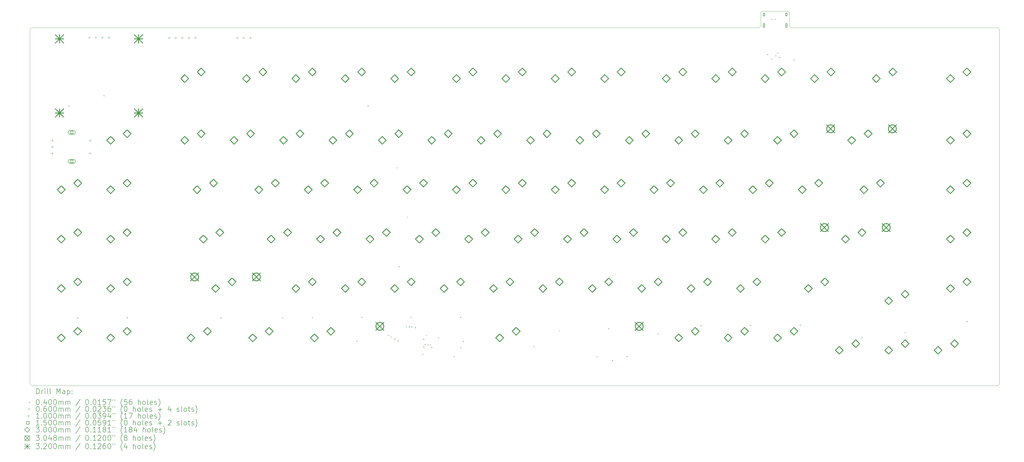
<source format=gbr>
%TF.GenerationSoftware,KiCad,Pcbnew,(6.0.11)*%
%TF.CreationDate,2023-02-23T23:32:00+07:00*%
%TF.ProjectId,QCK,51434b2e-6b69-4636-9164-5f7063625858,rev?*%
%TF.SameCoordinates,Original*%
%TF.FileFunction,Drillmap*%
%TF.FilePolarity,Positive*%
%FSLAX45Y45*%
G04 Gerber Fmt 4.5, Leading zero omitted, Abs format (unit mm)*
G04 Created by KiCad (PCBNEW (6.0.11)) date 2023-02-23 23:32:00*
%MOMM*%
%LPD*%
G01*
G04 APERTURE LIST*
%ADD10C,0.100000*%
%ADD11C,0.200000*%
%ADD12C,0.040000*%
%ADD13C,0.060000*%
%ADD14C,0.150000*%
%ADD15C,0.300000*%
%ADD16C,0.304800*%
%ADD17C,0.320000*%
G04 APERTURE END LIST*
D10*
X31392812Y-4127507D02*
G75*
G03*
X31313437Y-4206875I-3J-79373D01*
G01*
X3135312Y-18494375D02*
X3135312Y-4841875D01*
X3135310Y-18494375D02*
G75*
G03*
X3214687Y-18573750I79380J5D01*
G01*
X31234062Y-4762498D02*
G75*
G03*
X31313437Y-4683125I-3J79378D01*
G01*
X40441563Y-18573758D02*
G75*
G03*
X40520938Y-18494375I-3J79378D01*
G01*
X3214687Y-4762503D02*
G75*
G03*
X3135312Y-4841875I3J-79378D01*
G01*
X3214687Y-4762500D02*
X31234062Y-4762500D01*
X32504062Y-4762500D02*
X40441563Y-4762500D01*
X31313437Y-4683125D02*
X31313437Y-4206875D01*
X40520940Y-4841875D02*
G75*
G03*
X40441563Y-4762500I-79380J-5D01*
G01*
X32424687Y-4206875D02*
X32424687Y-4683125D01*
X32424680Y-4683125D02*
G75*
G03*
X32504062Y-4762500I79380J5D01*
G01*
X40441560Y-18573750D02*
X3214685Y-18573750D01*
X40520938Y-4841875D02*
X40520938Y-18494375D01*
X31392812Y-4127500D02*
X32345312Y-4127500D01*
X32424690Y-4206875D02*
G75*
G03*
X32345312Y-4127500I-79380J-5D01*
G01*
D11*
D12*
X4614000Y-7768000D02*
X4654000Y-7808000D01*
X4654000Y-7768000D02*
X4614000Y-7808000D01*
X4956813Y-15942187D02*
X4996813Y-15982187D01*
X4996813Y-15942187D02*
X4956813Y-15982187D01*
X5969000Y-7364000D02*
X6009000Y-7404000D01*
X6009000Y-7364000D02*
X5969000Y-7404000D01*
X6861812Y-15936200D02*
X6901812Y-15976200D01*
X6901812Y-15936200D02*
X6861812Y-15976200D01*
X10475844Y-15939844D02*
X10515844Y-15979844D01*
X10515844Y-15939844D02*
X10475844Y-15979844D01*
X12860737Y-15936200D02*
X12900737Y-15976200D01*
X12900737Y-15936200D02*
X12860737Y-15976200D01*
X14006000Y-15915450D02*
X14046000Y-15955450D01*
X14046000Y-15915450D02*
X14006000Y-15955450D01*
X15714369Y-16836370D02*
X15754369Y-16876370D01*
X15754369Y-16836370D02*
X15714369Y-16876370D01*
X15909000Y-15915450D02*
X15949000Y-15955450D01*
X15949000Y-15915450D02*
X15909000Y-15955450D01*
X16150500Y-7767500D02*
X16190500Y-7807500D01*
X16190500Y-7767500D02*
X16150500Y-7807500D01*
X16931000Y-16610000D02*
X16971000Y-16650000D01*
X16971000Y-16610000D02*
X16931000Y-16650000D01*
X17041000Y-16682450D02*
X17081000Y-16722450D01*
X17081000Y-16682450D02*
X17041000Y-16722450D01*
X17184000Y-16754900D02*
X17224000Y-16794900D01*
X17224000Y-16754900D02*
X17184000Y-16794900D01*
X17275250Y-10148750D02*
X17315250Y-10188750D01*
X17315250Y-10148750D02*
X17275250Y-10188750D01*
X17303000Y-16827350D02*
X17343000Y-16867350D01*
X17343000Y-16827350D02*
X17303000Y-16867350D01*
X17347750Y-13958750D02*
X17387750Y-13998750D01*
X17387750Y-13958750D02*
X17347750Y-13998750D01*
X17637954Y-16281300D02*
X17677954Y-16321300D01*
X17677954Y-16281300D02*
X17637954Y-16321300D01*
X17666750Y-12053750D02*
X17706750Y-12093750D01*
X17706750Y-12053750D02*
X17666750Y-12093750D01*
X17737820Y-16285400D02*
X17777820Y-16325400D01*
X17777820Y-16285400D02*
X17737820Y-16325400D01*
X17815563Y-15915450D02*
X17855563Y-15955450D01*
X17855563Y-15915450D02*
X17815563Y-15955450D01*
X17837770Y-16285400D02*
X17877770Y-16325400D01*
X17877770Y-16285400D02*
X17837770Y-16325400D01*
X17979000Y-16319000D02*
X18019000Y-16359000D01*
X18019000Y-16319000D02*
X17979000Y-16359000D01*
X18262000Y-17341000D02*
X18302000Y-17381000D01*
X18302000Y-17341000D02*
X18262000Y-17381000D01*
X18295000Y-16768000D02*
X18335000Y-16808000D01*
X18335000Y-16768000D02*
X18295000Y-16808000D01*
X18297000Y-17058000D02*
X18337000Y-17098000D01*
X18337000Y-17058000D02*
X18297000Y-17098000D01*
X18352131Y-16967450D02*
X18392131Y-17007450D01*
X18392131Y-16967450D02*
X18352131Y-17007450D01*
X18393000Y-16608000D02*
X18433000Y-16648000D01*
X18433000Y-16608000D02*
X18393000Y-16648000D01*
X18461772Y-16974632D02*
X18501772Y-17014632D01*
X18501772Y-16974632D02*
X18461772Y-17014632D01*
X18561384Y-16982844D02*
X18601384Y-17022844D01*
X18601384Y-16982844D02*
X18561384Y-17022844D01*
X18605263Y-17080515D02*
X18645263Y-17120515D01*
X18645263Y-17080515D02*
X18605263Y-17120515D01*
X18870045Y-16713045D02*
X18910045Y-16753045D01*
X18910045Y-16713045D02*
X18870045Y-16753045D01*
X19474000Y-17432000D02*
X19514000Y-17472000D01*
X19514000Y-17432000D02*
X19474000Y-17472000D01*
X19723000Y-15915450D02*
X19763000Y-15955450D01*
X19763000Y-15915450D02*
X19723000Y-15955450D01*
X19727000Y-17088000D02*
X19767000Y-17128000D01*
X19767000Y-17088000D02*
X19727000Y-17128000D01*
X19825108Y-16852108D02*
X19865108Y-16892108D01*
X19865108Y-16852108D02*
X19825108Y-16892108D01*
X22548000Y-17046000D02*
X22588000Y-17086000D01*
X22588000Y-17046000D02*
X22548000Y-17086000D01*
X23533000Y-16447000D02*
X23573000Y-16487000D01*
X23573000Y-16447000D02*
X23533000Y-16487000D01*
X24983000Y-17431000D02*
X25023000Y-17471000D01*
X25023000Y-17431000D02*
X24983000Y-17471000D01*
X25436000Y-16359000D02*
X25476000Y-16399000D01*
X25476000Y-16359000D02*
X25436000Y-16399000D01*
X25579000Y-17582050D02*
X25619000Y-17622050D01*
X25619000Y-17582050D02*
X25579000Y-17622050D01*
X26142000Y-17428000D02*
X26182000Y-17468000D01*
X26182000Y-17428000D02*
X26142000Y-17468000D01*
X27340000Y-16555000D02*
X27380000Y-16595000D01*
X27380000Y-16555000D02*
X27340000Y-16595000D01*
X28992781Y-16234781D02*
X29032781Y-16274781D01*
X29032781Y-16234781D02*
X28992781Y-16274781D01*
X30897781Y-16234781D02*
X30937781Y-16274781D01*
X30937781Y-16234781D02*
X30897781Y-16274781D01*
X31558000Y-5779000D02*
X31598000Y-5819000D01*
X31598000Y-5779000D02*
X31558000Y-5819000D01*
X31714162Y-4427158D02*
X31754162Y-4467158D01*
X31754162Y-4427158D02*
X31714162Y-4467158D01*
X31724062Y-5952062D02*
X31764062Y-5992062D01*
X31764062Y-5952062D02*
X31724062Y-5992062D01*
X31854112Y-4421950D02*
X31894112Y-4461950D01*
X31894112Y-4421950D02*
X31854112Y-4461950D01*
X31876000Y-5827000D02*
X31916000Y-5867000D01*
X31916000Y-5827000D02*
X31876000Y-5867000D01*
X31944012Y-5730341D02*
X31984012Y-5770341D01*
X31984012Y-5730341D02*
X31944012Y-5770341D01*
X32025000Y-5894000D02*
X32065000Y-5934000D01*
X32065000Y-5894000D02*
X32025000Y-5934000D01*
X32578000Y-5983950D02*
X32618000Y-6023950D01*
X32618000Y-5983950D02*
X32578000Y-6023950D01*
X32819281Y-16218281D02*
X32859281Y-16258281D01*
X32859281Y-16218281D02*
X32819281Y-16258281D01*
X35198688Y-16696375D02*
X35238688Y-16736375D01*
X35238688Y-16696375D02*
X35198688Y-16736375D01*
X36865563Y-16502450D02*
X36905563Y-16542450D01*
X36905563Y-16502450D02*
X36865563Y-16542450D01*
X39246813Y-16080187D02*
X39286813Y-16120187D01*
X39286813Y-16080187D02*
X39246813Y-16120187D01*
D13*
X31467062Y-4260625D02*
G75*
G03*
X31467062Y-4260625I-30000J0D01*
G01*
D11*
X31407062Y-4230625D02*
X31407062Y-4290625D01*
X31467062Y-4230625D02*
X31467062Y-4290625D01*
X31407062Y-4290625D02*
G75*
G03*
X31467062Y-4290625I30000J0D01*
G01*
X31467062Y-4230625D02*
G75*
G03*
X31407062Y-4230625I-30000J0D01*
G01*
D13*
X31467062Y-4678625D02*
G75*
G03*
X31467062Y-4678625I-30000J0D01*
G01*
D11*
X31407062Y-4623625D02*
X31407062Y-4733625D01*
X31467062Y-4623625D02*
X31467062Y-4733625D01*
X31407062Y-4733625D02*
G75*
G03*
X31467062Y-4733625I30000J0D01*
G01*
X31467062Y-4623625D02*
G75*
G03*
X31407062Y-4623625I-30000J0D01*
G01*
D13*
X32331062Y-4260625D02*
G75*
G03*
X32331062Y-4260625I-30000J0D01*
G01*
D11*
X32271062Y-4230625D02*
X32271062Y-4290625D01*
X32331062Y-4230625D02*
X32331062Y-4290625D01*
X32271062Y-4290625D02*
G75*
G03*
X32331062Y-4290625I30000J0D01*
G01*
X32331062Y-4230625D02*
G75*
G03*
X32271062Y-4230625I-30000J0D01*
G01*
D13*
X32331062Y-4678625D02*
G75*
G03*
X32331062Y-4678625I-30000J0D01*
G01*
D11*
X32271062Y-4623625D02*
X32271062Y-4733625D01*
X32331062Y-4623625D02*
X32331062Y-4733625D01*
X32271062Y-4733625D02*
G75*
G03*
X32331062Y-4733625I30000J0D01*
G01*
X32331062Y-4623625D02*
G75*
G03*
X32271062Y-4623625I-30000J0D01*
G01*
D10*
X3997812Y-9066250D02*
X3997812Y-9166250D01*
X3947812Y-9116250D02*
X4047812Y-9116250D01*
X3997812Y-9316250D02*
X3997812Y-9416250D01*
X3947812Y-9366250D02*
X4047812Y-9366250D01*
X3997812Y-9566250D02*
X3997812Y-9666250D01*
X3947812Y-9616250D02*
X4047812Y-9616250D01*
X5413375Y-5096125D02*
X5413375Y-5196125D01*
X5363375Y-5146125D02*
X5463375Y-5146125D01*
X5447813Y-9066250D02*
X5447813Y-9166250D01*
X5397813Y-9116250D02*
X5497813Y-9116250D01*
X5447813Y-9566250D02*
X5447813Y-9666250D01*
X5397813Y-9616250D02*
X5497813Y-9616250D01*
X5667375Y-5096125D02*
X5667375Y-5196125D01*
X5617375Y-5146125D02*
X5717375Y-5146125D01*
X5921375Y-5096125D02*
X5921375Y-5196125D01*
X5871375Y-5146125D02*
X5971375Y-5146125D01*
X6175375Y-5096125D02*
X6175375Y-5196125D01*
X6125375Y-5146125D02*
X6225375Y-5146125D01*
X8500563Y-5109375D02*
X8500563Y-5209375D01*
X8450563Y-5159375D02*
X8550563Y-5159375D01*
X8754563Y-5109375D02*
X8754563Y-5209375D01*
X8704563Y-5159375D02*
X8804563Y-5159375D01*
X9008563Y-5109375D02*
X9008563Y-5209375D01*
X8958563Y-5159375D02*
X9058563Y-5159375D01*
X9262563Y-5109375D02*
X9262563Y-5209375D01*
X9212563Y-5159375D02*
X9312563Y-5159375D01*
X9516563Y-5109375D02*
X9516563Y-5209375D01*
X9466563Y-5159375D02*
X9566563Y-5159375D01*
X11120438Y-5109375D02*
X11120438Y-5209375D01*
X11070438Y-5159375D02*
X11170438Y-5159375D01*
X11374437Y-5109375D02*
X11374437Y-5209375D01*
X11324437Y-5159375D02*
X11424437Y-5159375D01*
X11628437Y-5109375D02*
X11628437Y-5209375D01*
X11578437Y-5159375D02*
X11678437Y-5159375D01*
D14*
X4800846Y-8859284D02*
X4800846Y-8753217D01*
X4694779Y-8753217D01*
X4694779Y-8859284D01*
X4800846Y-8859284D01*
D11*
X4682813Y-8881250D02*
X4812813Y-8881250D01*
X4682813Y-8731250D02*
X4812813Y-8731250D01*
X4812813Y-8881250D02*
G75*
G03*
X4812813Y-8731250I0J75000D01*
G01*
X4682813Y-8731250D02*
G75*
G03*
X4682813Y-8881250I0J-75000D01*
G01*
D14*
X4800846Y-9979284D02*
X4800846Y-9873217D01*
X4694779Y-9873217D01*
X4694779Y-9979284D01*
X4800846Y-9979284D01*
D11*
X4682813Y-10001250D02*
X4812813Y-10001250D01*
X4682813Y-9851250D02*
X4812813Y-9851250D01*
X4812813Y-10001250D02*
G75*
G03*
X4812813Y-9851250I0J75000D01*
G01*
X4682813Y-9851250D02*
G75*
G03*
X4682813Y-10001250I0J-75000D01*
G01*
D15*
X4341813Y-11167250D02*
X4491813Y-11017250D01*
X4341813Y-10867250D01*
X4191812Y-11017250D01*
X4341813Y-11167250D01*
X4341813Y-13072250D02*
X4491813Y-12922250D01*
X4341813Y-12772250D01*
X4191812Y-12922250D01*
X4341813Y-13072250D01*
X4341813Y-14977250D02*
X4491813Y-14827250D01*
X4341813Y-14677250D01*
X4191812Y-14827250D01*
X4341813Y-14977250D01*
X4341813Y-16882250D02*
X4491813Y-16732250D01*
X4341813Y-16582250D01*
X4191812Y-16732250D01*
X4341813Y-16882250D01*
X4976813Y-10913250D02*
X5126813Y-10763250D01*
X4976813Y-10613250D01*
X4826813Y-10763250D01*
X4976813Y-10913250D01*
X4976813Y-12818250D02*
X5126813Y-12668250D01*
X4976813Y-12518250D01*
X4826813Y-12668250D01*
X4976813Y-12818250D01*
X4976813Y-14723250D02*
X5126813Y-14573250D01*
X4976813Y-14423250D01*
X4826813Y-14573250D01*
X4976813Y-14723250D01*
X4976813Y-16628250D02*
X5126813Y-16478250D01*
X4976813Y-16328250D01*
X4826813Y-16478250D01*
X4976813Y-16628250D01*
X6246812Y-9262250D02*
X6396812Y-9112250D01*
X6246812Y-8962250D01*
X6096812Y-9112250D01*
X6246812Y-9262250D01*
X6246812Y-11167250D02*
X6396812Y-11017250D01*
X6246812Y-10867250D01*
X6096812Y-11017250D01*
X6246812Y-11167250D01*
X6246812Y-13072250D02*
X6396812Y-12922250D01*
X6246812Y-12772250D01*
X6096812Y-12922250D01*
X6246812Y-13072250D01*
X6246812Y-14977250D02*
X6396812Y-14827250D01*
X6246812Y-14677250D01*
X6096812Y-14827250D01*
X6246812Y-14977250D01*
X6246812Y-16882250D02*
X6396812Y-16732250D01*
X6246812Y-16582250D01*
X6096812Y-16732250D01*
X6246812Y-16882250D01*
X6881812Y-9008250D02*
X7031812Y-8858250D01*
X6881812Y-8708250D01*
X6731812Y-8858250D01*
X6881812Y-9008250D01*
X6881812Y-10913250D02*
X7031812Y-10763250D01*
X6881812Y-10613250D01*
X6731812Y-10763250D01*
X6881812Y-10913250D01*
X6881812Y-12818250D02*
X7031812Y-12668250D01*
X6881812Y-12518250D01*
X6731812Y-12668250D01*
X6881812Y-12818250D01*
X6881812Y-14723250D02*
X7031812Y-14573250D01*
X6881812Y-14423250D01*
X6731812Y-14573250D01*
X6881812Y-14723250D01*
X6881812Y-16628250D02*
X7031812Y-16478250D01*
X6881812Y-16328250D01*
X6731812Y-16478250D01*
X6881812Y-16628250D01*
X9104313Y-6881000D02*
X9254313Y-6731000D01*
X9104313Y-6581000D01*
X8954313Y-6731000D01*
X9104313Y-6881000D01*
X9104313Y-9262250D02*
X9254313Y-9112250D01*
X9104313Y-8962250D01*
X8954313Y-9112250D01*
X9104313Y-9262250D01*
X9342438Y-16882250D02*
X9492438Y-16732250D01*
X9342438Y-16582250D01*
X9192438Y-16732250D01*
X9342438Y-16882250D01*
X9580563Y-11167250D02*
X9730563Y-11017250D01*
X9580563Y-10867250D01*
X9430563Y-11017250D01*
X9580563Y-11167250D01*
X9739313Y-6627000D02*
X9889313Y-6477000D01*
X9739313Y-6327000D01*
X9589313Y-6477000D01*
X9739313Y-6627000D01*
X9739313Y-9008250D02*
X9889313Y-8858250D01*
X9739313Y-8708250D01*
X9589313Y-8858250D01*
X9739313Y-9008250D01*
X9818688Y-13072250D02*
X9968688Y-12922250D01*
X9818688Y-12772250D01*
X9668688Y-12922250D01*
X9818688Y-13072250D01*
X9977438Y-16628250D02*
X10127438Y-16478250D01*
X9977438Y-16328250D01*
X9827438Y-16478250D01*
X9977438Y-16628250D01*
X10215563Y-10913250D02*
X10365563Y-10763250D01*
X10215563Y-10613250D01*
X10065563Y-10763250D01*
X10215563Y-10913250D01*
X10294938Y-14977250D02*
X10444938Y-14827250D01*
X10294938Y-14677250D01*
X10144938Y-14827250D01*
X10294938Y-14977250D01*
X10453688Y-12818250D02*
X10603688Y-12668250D01*
X10453688Y-12518250D01*
X10303688Y-12668250D01*
X10453688Y-12818250D01*
X10929938Y-14723250D02*
X11079938Y-14573250D01*
X10929938Y-14423250D01*
X10779938Y-14573250D01*
X10929938Y-14723250D01*
X11009313Y-9262250D02*
X11159313Y-9112250D01*
X11009313Y-8962250D01*
X10859313Y-9112250D01*
X11009313Y-9262250D01*
X11485562Y-6881000D02*
X11635562Y-6731000D01*
X11485562Y-6581000D01*
X11335562Y-6731000D01*
X11485562Y-6881000D01*
X11644312Y-9008250D02*
X11794312Y-8858250D01*
X11644312Y-8708250D01*
X11494312Y-8858250D01*
X11644312Y-9008250D01*
X11723687Y-16882250D02*
X11873687Y-16732250D01*
X11723687Y-16582250D01*
X11573687Y-16732250D01*
X11723687Y-16882250D01*
X11961812Y-11167250D02*
X12111812Y-11017250D01*
X11961812Y-10867250D01*
X11811812Y-11017250D01*
X11961812Y-11167250D01*
X12120562Y-6627000D02*
X12270562Y-6477000D01*
X12120562Y-6327000D01*
X11970562Y-6477000D01*
X12120562Y-6627000D01*
X12358687Y-16628250D02*
X12508687Y-16478250D01*
X12358687Y-16328250D01*
X12208687Y-16478250D01*
X12358687Y-16628250D01*
X12438062Y-13072250D02*
X12588062Y-12922250D01*
X12438062Y-12772250D01*
X12288062Y-12922250D01*
X12438062Y-13072250D01*
X12596812Y-10913250D02*
X12746812Y-10763250D01*
X12596812Y-10613250D01*
X12446812Y-10763250D01*
X12596812Y-10913250D01*
X12914312Y-9262250D02*
X13064312Y-9112250D01*
X12914312Y-8962250D01*
X12764312Y-9112250D01*
X12914312Y-9262250D01*
X13073062Y-12818250D02*
X13223062Y-12668250D01*
X13073062Y-12518250D01*
X12923062Y-12668250D01*
X13073062Y-12818250D01*
X13390562Y-6881000D02*
X13540562Y-6731000D01*
X13390562Y-6581000D01*
X13240562Y-6731000D01*
X13390562Y-6881000D01*
X13390562Y-14977250D02*
X13540562Y-14827250D01*
X13390562Y-14677250D01*
X13240562Y-14827250D01*
X13390562Y-14977250D01*
X13549312Y-9008250D02*
X13699312Y-8858250D01*
X13549312Y-8708250D01*
X13399312Y-8858250D01*
X13549312Y-9008250D01*
X13866812Y-11167250D02*
X14016812Y-11017250D01*
X13866812Y-10867250D01*
X13716812Y-11017250D01*
X13866812Y-11167250D01*
X14025562Y-6627000D02*
X14175562Y-6477000D01*
X14025562Y-6327000D01*
X13875562Y-6477000D01*
X14025562Y-6627000D01*
X14025562Y-14723250D02*
X14175562Y-14573250D01*
X14025562Y-14423250D01*
X13875562Y-14573250D01*
X14025562Y-14723250D01*
X14104937Y-16882250D02*
X14254937Y-16732250D01*
X14104937Y-16582250D01*
X13954937Y-16732250D01*
X14104937Y-16882250D01*
X14343062Y-13072250D02*
X14493062Y-12922250D01*
X14343062Y-12772250D01*
X14193062Y-12922250D01*
X14343062Y-13072250D01*
X14501812Y-10913250D02*
X14651812Y-10763250D01*
X14501812Y-10613250D01*
X14351812Y-10763250D01*
X14501812Y-10913250D01*
X14739937Y-16628250D02*
X14889937Y-16478250D01*
X14739937Y-16328250D01*
X14589937Y-16478250D01*
X14739937Y-16628250D01*
X14819312Y-9262250D02*
X14969312Y-9112250D01*
X14819312Y-8962250D01*
X14669312Y-9112250D01*
X14819312Y-9262250D01*
X14978062Y-12818250D02*
X15128062Y-12668250D01*
X14978062Y-12518250D01*
X14828062Y-12668250D01*
X14978062Y-12818250D01*
X15295562Y-6881000D02*
X15445562Y-6731000D01*
X15295562Y-6581000D01*
X15145562Y-6731000D01*
X15295562Y-6881000D01*
X15295562Y-14977250D02*
X15445562Y-14827250D01*
X15295562Y-14677250D01*
X15145562Y-14827250D01*
X15295562Y-14977250D01*
X15454312Y-9008250D02*
X15604312Y-8858250D01*
X15454312Y-8708250D01*
X15304312Y-8858250D01*
X15454312Y-9008250D01*
X15771812Y-11167250D02*
X15921812Y-11017250D01*
X15771812Y-10867250D01*
X15621812Y-11017250D01*
X15771812Y-11167250D01*
X15930562Y-6627000D02*
X16080562Y-6477000D01*
X15930562Y-6327000D01*
X15780562Y-6477000D01*
X15930562Y-6627000D01*
X15930562Y-14723250D02*
X16080562Y-14573250D01*
X15930562Y-14423250D01*
X15780562Y-14573250D01*
X15930562Y-14723250D01*
X16248062Y-13072250D02*
X16398062Y-12922250D01*
X16248062Y-12772250D01*
X16098062Y-12922250D01*
X16248062Y-13072250D01*
X16406812Y-10913250D02*
X16556812Y-10763250D01*
X16406812Y-10613250D01*
X16256812Y-10763250D01*
X16406812Y-10913250D01*
X16724312Y-9262250D02*
X16874313Y-9112250D01*
X16724312Y-8962250D01*
X16574312Y-9112250D01*
X16724312Y-9262250D01*
X16883063Y-12818250D02*
X17033063Y-12668250D01*
X16883063Y-12518250D01*
X16733062Y-12668250D01*
X16883063Y-12818250D01*
X17200563Y-6881000D02*
X17350563Y-6731000D01*
X17200563Y-6581000D01*
X17050563Y-6731000D01*
X17200563Y-6881000D01*
X17200563Y-14977250D02*
X17350563Y-14827250D01*
X17200563Y-14677250D01*
X17050563Y-14827250D01*
X17200563Y-14977250D01*
X17359313Y-9008250D02*
X17509313Y-8858250D01*
X17359313Y-8708250D01*
X17209313Y-8858250D01*
X17359313Y-9008250D01*
X17676813Y-11167250D02*
X17826813Y-11017250D01*
X17676813Y-10867250D01*
X17526813Y-11017250D01*
X17676813Y-11167250D01*
X17835563Y-6627000D02*
X17985563Y-6477000D01*
X17835563Y-6327000D01*
X17685563Y-6477000D01*
X17835563Y-6627000D01*
X17835563Y-14723250D02*
X17985563Y-14573250D01*
X17835563Y-14423250D01*
X17685563Y-14573250D01*
X17835563Y-14723250D01*
X18153063Y-13072250D02*
X18303063Y-12922250D01*
X18153063Y-12772250D01*
X18003063Y-12922250D01*
X18153063Y-13072250D01*
X18311813Y-10913250D02*
X18461813Y-10763250D01*
X18311813Y-10613250D01*
X18161813Y-10763250D01*
X18311813Y-10913250D01*
X18629313Y-9262250D02*
X18779313Y-9112250D01*
X18629313Y-8962250D01*
X18479313Y-9112250D01*
X18629313Y-9262250D01*
X18788063Y-12818250D02*
X18938063Y-12668250D01*
X18788063Y-12518250D01*
X18638063Y-12668250D01*
X18788063Y-12818250D01*
X19105563Y-14977250D02*
X19255563Y-14827250D01*
X19105563Y-14677250D01*
X18955563Y-14827250D01*
X19105563Y-14977250D01*
X19264313Y-9008250D02*
X19414313Y-8858250D01*
X19264313Y-8708250D01*
X19114313Y-8858250D01*
X19264313Y-9008250D01*
X19581813Y-6881000D02*
X19731813Y-6731000D01*
X19581813Y-6581000D01*
X19431813Y-6731000D01*
X19581813Y-6881000D01*
X19581813Y-11167250D02*
X19731813Y-11017250D01*
X19581813Y-10867250D01*
X19431813Y-11017250D01*
X19581813Y-11167250D01*
X19740563Y-14723250D02*
X19890563Y-14573250D01*
X19740563Y-14423250D01*
X19590563Y-14573250D01*
X19740563Y-14723250D01*
X20058063Y-13072250D02*
X20208063Y-12922250D01*
X20058063Y-12772250D01*
X19908063Y-12922250D01*
X20058063Y-13072250D01*
X20216813Y-6627000D02*
X20366813Y-6477000D01*
X20216813Y-6327000D01*
X20066813Y-6477000D01*
X20216813Y-6627000D01*
X20216813Y-10913250D02*
X20366813Y-10763250D01*
X20216813Y-10613250D01*
X20066813Y-10763250D01*
X20216813Y-10913250D01*
X20534313Y-9262250D02*
X20684313Y-9112250D01*
X20534313Y-8962250D01*
X20384313Y-9112250D01*
X20534313Y-9262250D01*
X20693063Y-12818250D02*
X20843063Y-12668250D01*
X20693063Y-12518250D01*
X20543063Y-12668250D01*
X20693063Y-12818250D01*
X21010563Y-14977250D02*
X21160563Y-14827250D01*
X21010563Y-14677250D01*
X20860563Y-14827250D01*
X21010563Y-14977250D01*
X21169313Y-9008250D02*
X21319313Y-8858250D01*
X21169313Y-8708250D01*
X21019313Y-8858250D01*
X21169313Y-9008250D01*
X21248688Y-16882250D02*
X21398688Y-16732250D01*
X21248688Y-16582250D01*
X21098688Y-16732250D01*
X21248688Y-16882250D01*
X21486813Y-6881000D02*
X21636813Y-6731000D01*
X21486813Y-6581000D01*
X21336813Y-6731000D01*
X21486813Y-6881000D01*
X21486813Y-11167250D02*
X21636813Y-11017250D01*
X21486813Y-10867250D01*
X21336813Y-11017250D01*
X21486813Y-11167250D01*
X21645563Y-14723250D02*
X21795563Y-14573250D01*
X21645563Y-14423250D01*
X21495563Y-14573250D01*
X21645563Y-14723250D01*
X21883688Y-16628250D02*
X22033688Y-16478250D01*
X21883688Y-16328250D01*
X21733688Y-16478250D01*
X21883688Y-16628250D01*
X21963063Y-13072250D02*
X22113063Y-12922250D01*
X21963063Y-12772250D01*
X21813063Y-12922250D01*
X21963063Y-13072250D01*
X22121813Y-6627000D02*
X22271813Y-6477000D01*
X22121813Y-6327000D01*
X21971813Y-6477000D01*
X22121813Y-6627000D01*
X22121813Y-10913250D02*
X22271813Y-10763250D01*
X22121813Y-10613250D01*
X21971813Y-10763250D01*
X22121813Y-10913250D01*
X22439312Y-9262250D02*
X22589312Y-9112250D01*
X22439312Y-8962250D01*
X22289313Y-9112250D01*
X22439312Y-9262250D01*
X22598062Y-12818250D02*
X22748062Y-12668250D01*
X22598062Y-12518250D01*
X22448062Y-12668250D01*
X22598062Y-12818250D01*
X22915562Y-14977250D02*
X23065562Y-14827250D01*
X22915562Y-14677250D01*
X22765562Y-14827250D01*
X22915562Y-14977250D01*
X23074312Y-9008250D02*
X23224312Y-8858250D01*
X23074312Y-8708250D01*
X22924312Y-8858250D01*
X23074312Y-9008250D01*
X23391812Y-6881000D02*
X23541812Y-6731000D01*
X23391812Y-6581000D01*
X23241812Y-6731000D01*
X23391812Y-6881000D01*
X23391812Y-11167250D02*
X23541812Y-11017250D01*
X23391812Y-10867250D01*
X23241812Y-11017250D01*
X23391812Y-11167250D01*
X23550562Y-14723250D02*
X23700562Y-14573250D01*
X23550562Y-14423250D01*
X23400562Y-14573250D01*
X23550562Y-14723250D01*
X23868062Y-13072250D02*
X24018062Y-12922250D01*
X23868062Y-12772250D01*
X23718062Y-12922250D01*
X23868062Y-13072250D01*
X24026812Y-6627000D02*
X24176812Y-6477000D01*
X24026812Y-6327000D01*
X23876812Y-6477000D01*
X24026812Y-6627000D01*
X24026812Y-10913250D02*
X24176812Y-10763250D01*
X24026812Y-10613250D01*
X23876812Y-10763250D01*
X24026812Y-10913250D01*
X24344312Y-9262250D02*
X24494312Y-9112250D01*
X24344312Y-8962250D01*
X24194312Y-9112250D01*
X24344312Y-9262250D01*
X24503062Y-12818250D02*
X24653062Y-12668250D01*
X24503062Y-12518250D01*
X24353062Y-12668250D01*
X24503062Y-12818250D01*
X24820562Y-14977250D02*
X24970562Y-14827250D01*
X24820562Y-14677250D01*
X24670562Y-14827250D01*
X24820562Y-14977250D01*
X24979312Y-9008250D02*
X25129312Y-8858250D01*
X24979312Y-8708250D01*
X24829312Y-8858250D01*
X24979312Y-9008250D01*
X25296812Y-6881000D02*
X25446812Y-6731000D01*
X25296812Y-6581000D01*
X25146812Y-6731000D01*
X25296812Y-6881000D01*
X25296812Y-11167250D02*
X25446812Y-11017250D01*
X25296812Y-10867250D01*
X25146812Y-11017250D01*
X25296812Y-11167250D01*
X25455562Y-14723250D02*
X25605562Y-14573250D01*
X25455562Y-14423250D01*
X25305562Y-14573250D01*
X25455562Y-14723250D01*
X25773062Y-13072250D02*
X25923062Y-12922250D01*
X25773062Y-12772250D01*
X25623062Y-12922250D01*
X25773062Y-13072250D01*
X25931812Y-6627000D02*
X26081812Y-6477000D01*
X25931812Y-6327000D01*
X25781812Y-6477000D01*
X25931812Y-6627000D01*
X25931812Y-10913250D02*
X26081812Y-10763250D01*
X25931812Y-10613250D01*
X25781812Y-10763250D01*
X25931812Y-10913250D01*
X26249312Y-9262250D02*
X26399312Y-9112250D01*
X26249312Y-8962250D01*
X26099312Y-9112250D01*
X26249312Y-9262250D01*
X26408062Y-12818250D02*
X26558062Y-12668250D01*
X26408062Y-12518250D01*
X26258062Y-12668250D01*
X26408062Y-12818250D01*
X26725562Y-14977250D02*
X26875562Y-14827250D01*
X26725562Y-14677250D01*
X26575562Y-14827250D01*
X26725562Y-14977250D01*
X26884312Y-9008250D02*
X27034312Y-8858250D01*
X26884312Y-8708250D01*
X26734312Y-8858250D01*
X26884312Y-9008250D01*
X27201812Y-11167250D02*
X27351812Y-11017250D01*
X27201812Y-10867250D01*
X27051812Y-11017250D01*
X27201812Y-11167250D01*
X27360562Y-14723250D02*
X27510562Y-14573250D01*
X27360562Y-14423250D01*
X27210562Y-14573250D01*
X27360562Y-14723250D01*
X27678062Y-6881000D02*
X27828062Y-6731000D01*
X27678062Y-6581000D01*
X27528062Y-6731000D01*
X27678062Y-6881000D01*
X27678062Y-13072250D02*
X27828062Y-12922250D01*
X27678062Y-12772250D01*
X27528062Y-12922250D01*
X27678062Y-13072250D01*
X27836812Y-10913250D02*
X27986812Y-10763250D01*
X27836812Y-10613250D01*
X27686812Y-10763250D01*
X27836812Y-10913250D01*
X28154312Y-9262250D02*
X28304312Y-9112250D01*
X28154312Y-8962250D01*
X28004312Y-9112250D01*
X28154312Y-9262250D01*
X28154312Y-16882250D02*
X28304312Y-16732250D01*
X28154312Y-16582250D01*
X28004312Y-16732250D01*
X28154312Y-16882250D01*
X28313062Y-6627000D02*
X28463062Y-6477000D01*
X28313062Y-6327000D01*
X28163062Y-6477000D01*
X28313062Y-6627000D01*
X28313062Y-12818250D02*
X28463062Y-12668250D01*
X28313062Y-12518250D01*
X28163062Y-12668250D01*
X28313062Y-12818250D01*
X28630562Y-14977250D02*
X28780562Y-14827250D01*
X28630562Y-14677250D01*
X28480562Y-14827250D01*
X28630562Y-14977250D01*
X28789312Y-9008250D02*
X28939312Y-8858250D01*
X28789312Y-8708250D01*
X28639312Y-8858250D01*
X28789312Y-9008250D01*
X28789312Y-16628250D02*
X28939312Y-16478250D01*
X28789312Y-16328250D01*
X28639312Y-16478250D01*
X28789312Y-16628250D01*
X29106812Y-11167250D02*
X29256812Y-11017250D01*
X29106812Y-10867250D01*
X28956812Y-11017250D01*
X29106812Y-11167250D01*
X29265562Y-14723250D02*
X29415562Y-14573250D01*
X29265562Y-14423250D01*
X29115562Y-14573250D01*
X29265562Y-14723250D01*
X29583062Y-6881000D02*
X29733062Y-6731000D01*
X29583062Y-6581000D01*
X29433062Y-6731000D01*
X29583062Y-6881000D01*
X29583062Y-13072250D02*
X29733062Y-12922250D01*
X29583062Y-12772250D01*
X29433062Y-12922250D01*
X29583062Y-13072250D01*
X29741812Y-10913250D02*
X29891812Y-10763250D01*
X29741812Y-10613250D01*
X29591812Y-10763250D01*
X29741812Y-10913250D01*
X30059312Y-9262250D02*
X30209312Y-9112250D01*
X30059312Y-8962250D01*
X29909312Y-9112250D01*
X30059312Y-9262250D01*
X30059312Y-16882250D02*
X30209312Y-16732250D01*
X30059312Y-16582250D01*
X29909312Y-16732250D01*
X30059312Y-16882250D01*
X30218062Y-6627000D02*
X30368062Y-6477000D01*
X30218062Y-6327000D01*
X30068062Y-6477000D01*
X30218062Y-6627000D01*
X30218062Y-12818250D02*
X30368062Y-12668250D01*
X30218062Y-12518250D01*
X30068062Y-12668250D01*
X30218062Y-12818250D01*
X30535562Y-14977250D02*
X30685562Y-14827250D01*
X30535562Y-14677250D01*
X30385562Y-14827250D01*
X30535562Y-14977250D01*
X30694312Y-9008250D02*
X30844312Y-8858250D01*
X30694312Y-8708250D01*
X30544312Y-8858250D01*
X30694312Y-9008250D01*
X30694312Y-16628250D02*
X30844312Y-16478250D01*
X30694312Y-16328250D01*
X30544312Y-16478250D01*
X30694312Y-16628250D01*
X31011812Y-11167250D02*
X31161812Y-11017250D01*
X31011812Y-10867250D01*
X30861812Y-11017250D01*
X31011812Y-11167250D01*
X31170562Y-14723250D02*
X31320562Y-14573250D01*
X31170562Y-14423250D01*
X31020562Y-14573250D01*
X31170562Y-14723250D01*
X31488062Y-6881000D02*
X31638062Y-6731000D01*
X31488062Y-6581000D01*
X31338062Y-6731000D01*
X31488062Y-6881000D01*
X31488062Y-13072250D02*
X31638062Y-12922250D01*
X31488062Y-12772250D01*
X31338062Y-12922250D01*
X31488062Y-13072250D01*
X31646812Y-10913250D02*
X31796812Y-10763250D01*
X31646812Y-10613250D01*
X31496812Y-10763250D01*
X31646812Y-10913250D01*
X31964312Y-9262250D02*
X32114312Y-9112250D01*
X31964312Y-8962250D01*
X31814312Y-9112250D01*
X31964312Y-9262250D01*
X31964312Y-16882250D02*
X32114312Y-16732250D01*
X31964312Y-16582250D01*
X31814312Y-16732250D01*
X31964312Y-16882250D01*
X32123062Y-6627000D02*
X32273062Y-6477000D01*
X32123062Y-6327000D01*
X31973062Y-6477000D01*
X32123062Y-6627000D01*
X32123062Y-12818250D02*
X32273062Y-12668250D01*
X32123062Y-12518250D01*
X31973062Y-12668250D01*
X32123062Y-12818250D01*
X32599312Y-9008250D02*
X32749312Y-8858250D01*
X32599312Y-8708250D01*
X32449312Y-8858250D01*
X32599312Y-9008250D01*
X32599312Y-16628250D02*
X32749312Y-16478250D01*
X32599312Y-16328250D01*
X32449312Y-16478250D01*
X32599312Y-16628250D01*
X32916812Y-11167250D02*
X33066812Y-11017250D01*
X32916812Y-10867250D01*
X32766812Y-11017250D01*
X32916812Y-11167250D01*
X33154937Y-14977250D02*
X33304937Y-14827250D01*
X33154937Y-14677250D01*
X33004937Y-14827250D01*
X33154937Y-14977250D01*
X33393062Y-6881000D02*
X33543062Y-6731000D01*
X33393062Y-6581000D01*
X33243062Y-6731000D01*
X33393062Y-6881000D01*
X33551812Y-10913250D02*
X33701813Y-10763250D01*
X33551812Y-10613250D01*
X33401812Y-10763250D01*
X33551812Y-10913250D01*
X33789938Y-14723250D02*
X33939938Y-14573250D01*
X33789938Y-14423250D01*
X33639938Y-14573250D01*
X33789938Y-14723250D01*
X34028063Y-6627000D02*
X34178063Y-6477000D01*
X34028063Y-6327000D01*
X33878063Y-6477000D01*
X34028063Y-6627000D01*
X34345563Y-17358500D02*
X34495563Y-17208500D01*
X34345563Y-17058500D01*
X34195563Y-17208500D01*
X34345563Y-17358500D01*
X34583688Y-13072250D02*
X34733688Y-12922250D01*
X34583688Y-12772250D01*
X34433688Y-12922250D01*
X34583688Y-13072250D01*
X34821813Y-9262250D02*
X34971813Y-9112250D01*
X34821813Y-8962250D01*
X34671813Y-9112250D01*
X34821813Y-9262250D01*
X34980563Y-17104500D02*
X35130563Y-16954500D01*
X34980563Y-16804500D01*
X34830563Y-16954500D01*
X34980563Y-17104500D01*
X35218688Y-12818250D02*
X35368688Y-12668250D01*
X35218688Y-12518250D01*
X35068688Y-12668250D01*
X35218688Y-12818250D01*
X35298063Y-11167250D02*
X35448063Y-11017250D01*
X35298063Y-10867250D01*
X35148063Y-11017250D01*
X35298063Y-11167250D01*
X35456813Y-9008250D02*
X35606813Y-8858250D01*
X35456813Y-8708250D01*
X35306813Y-8858250D01*
X35456813Y-9008250D01*
X35774313Y-6881000D02*
X35924313Y-6731000D01*
X35774313Y-6581000D01*
X35624313Y-6731000D01*
X35774313Y-6881000D01*
X35933063Y-10913250D02*
X36083063Y-10763250D01*
X35933063Y-10613250D01*
X35783063Y-10763250D01*
X35933063Y-10913250D01*
X36250563Y-15453500D02*
X36400563Y-15303500D01*
X36250563Y-15153500D01*
X36100563Y-15303500D01*
X36250563Y-15453500D01*
X36250563Y-17358500D02*
X36400563Y-17208500D01*
X36250563Y-17058500D01*
X36100563Y-17208500D01*
X36250563Y-17358500D01*
X36409313Y-6627000D02*
X36559313Y-6477000D01*
X36409313Y-6327000D01*
X36259313Y-6477000D01*
X36409313Y-6627000D01*
X36885563Y-15199500D02*
X37035563Y-15049500D01*
X36885563Y-14899500D01*
X36735563Y-15049500D01*
X36885563Y-15199500D01*
X36885563Y-17104500D02*
X37035563Y-16954500D01*
X36885563Y-16804500D01*
X36735563Y-16954500D01*
X36885563Y-17104500D01*
X38155563Y-17358500D02*
X38305563Y-17208500D01*
X38155563Y-17058500D01*
X38005563Y-17208500D01*
X38155563Y-17358500D01*
X38631813Y-6881000D02*
X38781813Y-6731000D01*
X38631813Y-6581000D01*
X38481813Y-6731000D01*
X38631813Y-6881000D01*
X38631813Y-9262250D02*
X38781813Y-9112250D01*
X38631813Y-8962250D01*
X38481813Y-9112250D01*
X38631813Y-9262250D01*
X38631813Y-11167250D02*
X38781813Y-11017250D01*
X38631813Y-10867250D01*
X38481813Y-11017250D01*
X38631813Y-11167250D01*
X38631813Y-13072250D02*
X38781813Y-12922250D01*
X38631813Y-12772250D01*
X38481813Y-12922250D01*
X38631813Y-13072250D01*
X38631813Y-14977250D02*
X38781813Y-14827250D01*
X38631813Y-14677250D01*
X38481813Y-14827250D01*
X38631813Y-14977250D01*
X38790563Y-17104500D02*
X38940563Y-16954500D01*
X38790563Y-16804500D01*
X38640563Y-16954500D01*
X38790563Y-17104500D01*
X39266813Y-6627000D02*
X39416813Y-6477000D01*
X39266813Y-6327000D01*
X39116813Y-6477000D01*
X39266813Y-6627000D01*
X39266813Y-9008250D02*
X39416813Y-8858250D01*
X39266813Y-8708250D01*
X39116813Y-8858250D01*
X39266813Y-9008250D01*
X39266813Y-10913250D02*
X39416813Y-10763250D01*
X39266813Y-10613250D01*
X39116813Y-10763250D01*
X39266813Y-10913250D01*
X39266813Y-12818250D02*
X39416813Y-12668250D01*
X39266813Y-12518250D01*
X39116813Y-12668250D01*
X39266813Y-12818250D01*
X39266813Y-14723250D02*
X39416813Y-14573250D01*
X39266813Y-14423250D01*
X39116813Y-14573250D01*
X39266813Y-14723250D01*
D16*
X9332913Y-14230350D02*
X9637713Y-14535150D01*
X9637713Y-14230350D02*
X9332913Y-14535150D01*
X9637713Y-14382750D02*
G75*
G03*
X9637713Y-14382750I-152400J0D01*
G01*
X11714162Y-14230350D02*
X12018962Y-14535150D01*
X12018962Y-14230350D02*
X11714162Y-14535150D01*
X12018962Y-14382750D02*
G75*
G03*
X12018962Y-14382750I-152400J0D01*
G01*
X16476662Y-16135350D02*
X16781463Y-16440150D01*
X16781463Y-16135350D02*
X16476662Y-16440150D01*
X16781463Y-16287750D02*
G75*
G03*
X16781463Y-16287750I-152400J0D01*
G01*
X26477912Y-16135350D02*
X26782712Y-16440150D01*
X26782712Y-16135350D02*
X26477912Y-16440150D01*
X26782712Y-16287750D02*
G75*
G03*
X26782712Y-16287750I-152400J0D01*
G01*
X33621663Y-12325350D02*
X33926463Y-12630150D01*
X33926463Y-12325350D02*
X33621663Y-12630150D01*
X33926463Y-12477750D02*
G75*
G03*
X33926463Y-12477750I-152400J0D01*
G01*
X33859788Y-8515350D02*
X34164588Y-8820150D01*
X34164588Y-8515350D02*
X33859788Y-8820150D01*
X34164588Y-8667750D02*
G75*
G03*
X34164588Y-8667750I-152400J0D01*
G01*
X36002913Y-12325350D02*
X36307713Y-12630150D01*
X36307713Y-12325350D02*
X36002913Y-12630150D01*
X36307713Y-12477750D02*
G75*
G03*
X36307713Y-12477750I-152400J0D01*
G01*
X36241038Y-8515350D02*
X36545838Y-8820150D01*
X36545838Y-8515350D02*
X36241038Y-8820150D01*
X36545838Y-8667750D02*
G75*
G03*
X36545838Y-8667750I-152400J0D01*
G01*
D17*
X4114375Y-5036125D02*
X4434375Y-5356125D01*
X4434375Y-5036125D02*
X4114375Y-5356125D01*
X4274375Y-5036125D02*
X4274375Y-5356125D01*
X4114375Y-5196125D02*
X4434375Y-5196125D01*
X4114375Y-7896125D02*
X4434375Y-8216125D01*
X4434375Y-7896125D02*
X4114375Y-8216125D01*
X4274375Y-7896125D02*
X4274375Y-8216125D01*
X4114375Y-8056125D02*
X4434375Y-8056125D01*
X7164375Y-5036125D02*
X7484375Y-5356125D01*
X7484375Y-5036125D02*
X7164375Y-5356125D01*
X7324375Y-5036125D02*
X7324375Y-5356125D01*
X7164375Y-5196125D02*
X7484375Y-5196125D01*
X7164375Y-7896125D02*
X7484375Y-8216125D01*
X7484375Y-7896125D02*
X7164375Y-8216125D01*
X7324375Y-7896125D02*
X7324375Y-8216125D01*
X7164375Y-8056125D02*
X7484375Y-8056125D01*
D11*
X3387931Y-18889226D02*
X3387931Y-18689226D01*
X3435550Y-18689226D01*
X3464122Y-18698750D01*
X3483170Y-18717798D01*
X3492693Y-18736845D01*
X3502217Y-18774940D01*
X3502217Y-18803512D01*
X3492693Y-18841607D01*
X3483170Y-18860655D01*
X3464122Y-18879702D01*
X3435550Y-18889226D01*
X3387931Y-18889226D01*
X3587931Y-18889226D02*
X3587931Y-18755893D01*
X3587931Y-18793988D02*
X3597455Y-18774940D01*
X3606979Y-18765417D01*
X3626027Y-18755893D01*
X3645074Y-18755893D01*
X3711741Y-18889226D02*
X3711741Y-18755893D01*
X3711741Y-18689226D02*
X3702217Y-18698750D01*
X3711741Y-18708274D01*
X3721265Y-18698750D01*
X3711741Y-18689226D01*
X3711741Y-18708274D01*
X3835550Y-18889226D02*
X3816503Y-18879702D01*
X3806979Y-18860655D01*
X3806979Y-18689226D01*
X3940312Y-18889226D02*
X3921265Y-18879702D01*
X3911741Y-18860655D01*
X3911741Y-18689226D01*
X4168884Y-18889226D02*
X4168884Y-18689226D01*
X4235551Y-18832083D01*
X4302217Y-18689226D01*
X4302217Y-18889226D01*
X4483170Y-18889226D02*
X4483170Y-18784464D01*
X4473646Y-18765417D01*
X4454598Y-18755893D01*
X4416503Y-18755893D01*
X4397455Y-18765417D01*
X4483170Y-18879702D02*
X4464122Y-18889226D01*
X4416503Y-18889226D01*
X4397455Y-18879702D01*
X4387932Y-18860655D01*
X4387932Y-18841607D01*
X4397455Y-18822560D01*
X4416503Y-18813036D01*
X4464122Y-18813036D01*
X4483170Y-18803512D01*
X4578408Y-18755893D02*
X4578408Y-18955893D01*
X4578408Y-18765417D02*
X4597455Y-18755893D01*
X4635551Y-18755893D01*
X4654598Y-18765417D01*
X4664122Y-18774940D01*
X4673646Y-18793988D01*
X4673646Y-18851131D01*
X4664122Y-18870179D01*
X4654598Y-18879702D01*
X4635551Y-18889226D01*
X4597455Y-18889226D01*
X4578408Y-18879702D01*
X4759360Y-18870179D02*
X4768884Y-18879702D01*
X4759360Y-18889226D01*
X4749836Y-18879702D01*
X4759360Y-18870179D01*
X4759360Y-18889226D01*
X4759360Y-18765417D02*
X4768884Y-18774940D01*
X4759360Y-18784464D01*
X4749836Y-18774940D01*
X4759360Y-18765417D01*
X4759360Y-18784464D01*
D12*
X3090312Y-19198750D02*
X3130312Y-19238750D01*
X3130312Y-19198750D02*
X3090312Y-19238750D01*
D11*
X3426027Y-19109226D02*
X3445074Y-19109226D01*
X3464122Y-19118750D01*
X3473646Y-19128274D01*
X3483170Y-19147321D01*
X3492693Y-19185417D01*
X3492693Y-19233036D01*
X3483170Y-19271131D01*
X3473646Y-19290179D01*
X3464122Y-19299702D01*
X3445074Y-19309226D01*
X3426027Y-19309226D01*
X3406979Y-19299702D01*
X3397455Y-19290179D01*
X3387931Y-19271131D01*
X3378408Y-19233036D01*
X3378408Y-19185417D01*
X3387931Y-19147321D01*
X3397455Y-19128274D01*
X3406979Y-19118750D01*
X3426027Y-19109226D01*
X3578408Y-19290179D02*
X3587931Y-19299702D01*
X3578408Y-19309226D01*
X3568884Y-19299702D01*
X3578408Y-19290179D01*
X3578408Y-19309226D01*
X3759360Y-19175893D02*
X3759360Y-19309226D01*
X3711741Y-19099702D02*
X3664122Y-19242560D01*
X3787931Y-19242560D01*
X3902217Y-19109226D02*
X3921265Y-19109226D01*
X3940312Y-19118750D01*
X3949836Y-19128274D01*
X3959360Y-19147321D01*
X3968884Y-19185417D01*
X3968884Y-19233036D01*
X3959360Y-19271131D01*
X3949836Y-19290179D01*
X3940312Y-19299702D01*
X3921265Y-19309226D01*
X3902217Y-19309226D01*
X3883170Y-19299702D01*
X3873646Y-19290179D01*
X3864122Y-19271131D01*
X3854598Y-19233036D01*
X3854598Y-19185417D01*
X3864122Y-19147321D01*
X3873646Y-19128274D01*
X3883170Y-19118750D01*
X3902217Y-19109226D01*
X4092693Y-19109226D02*
X4111741Y-19109226D01*
X4130789Y-19118750D01*
X4140312Y-19128274D01*
X4149836Y-19147321D01*
X4159360Y-19185417D01*
X4159360Y-19233036D01*
X4149836Y-19271131D01*
X4140312Y-19290179D01*
X4130789Y-19299702D01*
X4111741Y-19309226D01*
X4092693Y-19309226D01*
X4073646Y-19299702D01*
X4064122Y-19290179D01*
X4054598Y-19271131D01*
X4045074Y-19233036D01*
X4045074Y-19185417D01*
X4054598Y-19147321D01*
X4064122Y-19128274D01*
X4073646Y-19118750D01*
X4092693Y-19109226D01*
X4245074Y-19309226D02*
X4245074Y-19175893D01*
X4245074Y-19194940D02*
X4254598Y-19185417D01*
X4273646Y-19175893D01*
X4302217Y-19175893D01*
X4321265Y-19185417D01*
X4330789Y-19204464D01*
X4330789Y-19309226D01*
X4330789Y-19204464D02*
X4340313Y-19185417D01*
X4359360Y-19175893D01*
X4387932Y-19175893D01*
X4406979Y-19185417D01*
X4416503Y-19204464D01*
X4416503Y-19309226D01*
X4511741Y-19309226D02*
X4511741Y-19175893D01*
X4511741Y-19194940D02*
X4521265Y-19185417D01*
X4540313Y-19175893D01*
X4568884Y-19175893D01*
X4587932Y-19185417D01*
X4597455Y-19204464D01*
X4597455Y-19309226D01*
X4597455Y-19204464D02*
X4606979Y-19185417D01*
X4626027Y-19175893D01*
X4654598Y-19175893D01*
X4673646Y-19185417D01*
X4683170Y-19204464D01*
X4683170Y-19309226D01*
X5073646Y-19099702D02*
X4902217Y-19356845D01*
X5330789Y-19109226D02*
X5349836Y-19109226D01*
X5368884Y-19118750D01*
X5378408Y-19128274D01*
X5387932Y-19147321D01*
X5397455Y-19185417D01*
X5397455Y-19233036D01*
X5387932Y-19271131D01*
X5378408Y-19290179D01*
X5368884Y-19299702D01*
X5349836Y-19309226D01*
X5330789Y-19309226D01*
X5311741Y-19299702D01*
X5302217Y-19290179D01*
X5292693Y-19271131D01*
X5283170Y-19233036D01*
X5283170Y-19185417D01*
X5292693Y-19147321D01*
X5302217Y-19128274D01*
X5311741Y-19118750D01*
X5330789Y-19109226D01*
X5483170Y-19290179D02*
X5492693Y-19299702D01*
X5483170Y-19309226D01*
X5473646Y-19299702D01*
X5483170Y-19290179D01*
X5483170Y-19309226D01*
X5616503Y-19109226D02*
X5635550Y-19109226D01*
X5654598Y-19118750D01*
X5664122Y-19128274D01*
X5673646Y-19147321D01*
X5683170Y-19185417D01*
X5683170Y-19233036D01*
X5673646Y-19271131D01*
X5664122Y-19290179D01*
X5654598Y-19299702D01*
X5635550Y-19309226D01*
X5616503Y-19309226D01*
X5597455Y-19299702D01*
X5587932Y-19290179D01*
X5578408Y-19271131D01*
X5568884Y-19233036D01*
X5568884Y-19185417D01*
X5578408Y-19147321D01*
X5587932Y-19128274D01*
X5597455Y-19118750D01*
X5616503Y-19109226D01*
X5873646Y-19309226D02*
X5759360Y-19309226D01*
X5816503Y-19309226D02*
X5816503Y-19109226D01*
X5797455Y-19137798D01*
X5778408Y-19156845D01*
X5759360Y-19166369D01*
X6054598Y-19109226D02*
X5959360Y-19109226D01*
X5949836Y-19204464D01*
X5959360Y-19194940D01*
X5978408Y-19185417D01*
X6026027Y-19185417D01*
X6045074Y-19194940D01*
X6054598Y-19204464D01*
X6064122Y-19223512D01*
X6064122Y-19271131D01*
X6054598Y-19290179D01*
X6045074Y-19299702D01*
X6026027Y-19309226D01*
X5978408Y-19309226D01*
X5959360Y-19299702D01*
X5949836Y-19290179D01*
X6130789Y-19109226D02*
X6264122Y-19109226D01*
X6178408Y-19309226D01*
X6330789Y-19109226D02*
X6330789Y-19147321D01*
X6406979Y-19109226D02*
X6406979Y-19147321D01*
X6702217Y-19385417D02*
X6692693Y-19375893D01*
X6673646Y-19347321D01*
X6664122Y-19328274D01*
X6654598Y-19299702D01*
X6645074Y-19252083D01*
X6645074Y-19213988D01*
X6654598Y-19166369D01*
X6664122Y-19137798D01*
X6673646Y-19118750D01*
X6692693Y-19090179D01*
X6702217Y-19080655D01*
X6873646Y-19109226D02*
X6778408Y-19109226D01*
X6768884Y-19204464D01*
X6778408Y-19194940D01*
X6797455Y-19185417D01*
X6845074Y-19185417D01*
X6864122Y-19194940D01*
X6873646Y-19204464D01*
X6883170Y-19223512D01*
X6883170Y-19271131D01*
X6873646Y-19290179D01*
X6864122Y-19299702D01*
X6845074Y-19309226D01*
X6797455Y-19309226D01*
X6778408Y-19299702D01*
X6768884Y-19290179D01*
X7054598Y-19109226D02*
X7016503Y-19109226D01*
X6997455Y-19118750D01*
X6987931Y-19128274D01*
X6968884Y-19156845D01*
X6959360Y-19194940D01*
X6959360Y-19271131D01*
X6968884Y-19290179D01*
X6978408Y-19299702D01*
X6997455Y-19309226D01*
X7035550Y-19309226D01*
X7054598Y-19299702D01*
X7064122Y-19290179D01*
X7073646Y-19271131D01*
X7073646Y-19223512D01*
X7064122Y-19204464D01*
X7054598Y-19194940D01*
X7035550Y-19185417D01*
X6997455Y-19185417D01*
X6978408Y-19194940D01*
X6968884Y-19204464D01*
X6959360Y-19223512D01*
X7311741Y-19309226D02*
X7311741Y-19109226D01*
X7397455Y-19309226D02*
X7397455Y-19204464D01*
X7387931Y-19185417D01*
X7368884Y-19175893D01*
X7340312Y-19175893D01*
X7321265Y-19185417D01*
X7311741Y-19194940D01*
X7521265Y-19309226D02*
X7502217Y-19299702D01*
X7492693Y-19290179D01*
X7483170Y-19271131D01*
X7483170Y-19213988D01*
X7492693Y-19194940D01*
X7502217Y-19185417D01*
X7521265Y-19175893D01*
X7549836Y-19175893D01*
X7568884Y-19185417D01*
X7578408Y-19194940D01*
X7587931Y-19213988D01*
X7587931Y-19271131D01*
X7578408Y-19290179D01*
X7568884Y-19299702D01*
X7549836Y-19309226D01*
X7521265Y-19309226D01*
X7702217Y-19309226D02*
X7683170Y-19299702D01*
X7673646Y-19280655D01*
X7673646Y-19109226D01*
X7854598Y-19299702D02*
X7835550Y-19309226D01*
X7797455Y-19309226D01*
X7778408Y-19299702D01*
X7768884Y-19280655D01*
X7768884Y-19204464D01*
X7778408Y-19185417D01*
X7797455Y-19175893D01*
X7835550Y-19175893D01*
X7854598Y-19185417D01*
X7864122Y-19204464D01*
X7864122Y-19223512D01*
X7768884Y-19242560D01*
X7940312Y-19299702D02*
X7959360Y-19309226D01*
X7997455Y-19309226D01*
X8016503Y-19299702D01*
X8026027Y-19280655D01*
X8026027Y-19271131D01*
X8016503Y-19252083D01*
X7997455Y-19242560D01*
X7968884Y-19242560D01*
X7949836Y-19233036D01*
X7940312Y-19213988D01*
X7940312Y-19204464D01*
X7949836Y-19185417D01*
X7968884Y-19175893D01*
X7997455Y-19175893D01*
X8016503Y-19185417D01*
X8092693Y-19385417D02*
X8102217Y-19375893D01*
X8121265Y-19347321D01*
X8130789Y-19328274D01*
X8140312Y-19299702D01*
X8149836Y-19252083D01*
X8149836Y-19213988D01*
X8140312Y-19166369D01*
X8130789Y-19137798D01*
X8121265Y-19118750D01*
X8102217Y-19090179D01*
X8092693Y-19080655D01*
D13*
X3130312Y-19482750D02*
G75*
G03*
X3130312Y-19482750I-30000J0D01*
G01*
D11*
X3426027Y-19373226D02*
X3445074Y-19373226D01*
X3464122Y-19382750D01*
X3473646Y-19392274D01*
X3483170Y-19411321D01*
X3492693Y-19449417D01*
X3492693Y-19497036D01*
X3483170Y-19535131D01*
X3473646Y-19554179D01*
X3464122Y-19563702D01*
X3445074Y-19573226D01*
X3426027Y-19573226D01*
X3406979Y-19563702D01*
X3397455Y-19554179D01*
X3387931Y-19535131D01*
X3378408Y-19497036D01*
X3378408Y-19449417D01*
X3387931Y-19411321D01*
X3397455Y-19392274D01*
X3406979Y-19382750D01*
X3426027Y-19373226D01*
X3578408Y-19554179D02*
X3587931Y-19563702D01*
X3578408Y-19573226D01*
X3568884Y-19563702D01*
X3578408Y-19554179D01*
X3578408Y-19573226D01*
X3759360Y-19373226D02*
X3721265Y-19373226D01*
X3702217Y-19382750D01*
X3692693Y-19392274D01*
X3673646Y-19420845D01*
X3664122Y-19458940D01*
X3664122Y-19535131D01*
X3673646Y-19554179D01*
X3683170Y-19563702D01*
X3702217Y-19573226D01*
X3740312Y-19573226D01*
X3759360Y-19563702D01*
X3768884Y-19554179D01*
X3778408Y-19535131D01*
X3778408Y-19487512D01*
X3768884Y-19468464D01*
X3759360Y-19458940D01*
X3740312Y-19449417D01*
X3702217Y-19449417D01*
X3683170Y-19458940D01*
X3673646Y-19468464D01*
X3664122Y-19487512D01*
X3902217Y-19373226D02*
X3921265Y-19373226D01*
X3940312Y-19382750D01*
X3949836Y-19392274D01*
X3959360Y-19411321D01*
X3968884Y-19449417D01*
X3968884Y-19497036D01*
X3959360Y-19535131D01*
X3949836Y-19554179D01*
X3940312Y-19563702D01*
X3921265Y-19573226D01*
X3902217Y-19573226D01*
X3883170Y-19563702D01*
X3873646Y-19554179D01*
X3864122Y-19535131D01*
X3854598Y-19497036D01*
X3854598Y-19449417D01*
X3864122Y-19411321D01*
X3873646Y-19392274D01*
X3883170Y-19382750D01*
X3902217Y-19373226D01*
X4092693Y-19373226D02*
X4111741Y-19373226D01*
X4130789Y-19382750D01*
X4140312Y-19392274D01*
X4149836Y-19411321D01*
X4159360Y-19449417D01*
X4159360Y-19497036D01*
X4149836Y-19535131D01*
X4140312Y-19554179D01*
X4130789Y-19563702D01*
X4111741Y-19573226D01*
X4092693Y-19573226D01*
X4073646Y-19563702D01*
X4064122Y-19554179D01*
X4054598Y-19535131D01*
X4045074Y-19497036D01*
X4045074Y-19449417D01*
X4054598Y-19411321D01*
X4064122Y-19392274D01*
X4073646Y-19382750D01*
X4092693Y-19373226D01*
X4245074Y-19573226D02*
X4245074Y-19439893D01*
X4245074Y-19458940D02*
X4254598Y-19449417D01*
X4273646Y-19439893D01*
X4302217Y-19439893D01*
X4321265Y-19449417D01*
X4330789Y-19468464D01*
X4330789Y-19573226D01*
X4330789Y-19468464D02*
X4340313Y-19449417D01*
X4359360Y-19439893D01*
X4387932Y-19439893D01*
X4406979Y-19449417D01*
X4416503Y-19468464D01*
X4416503Y-19573226D01*
X4511741Y-19573226D02*
X4511741Y-19439893D01*
X4511741Y-19458940D02*
X4521265Y-19449417D01*
X4540313Y-19439893D01*
X4568884Y-19439893D01*
X4587932Y-19449417D01*
X4597455Y-19468464D01*
X4597455Y-19573226D01*
X4597455Y-19468464D02*
X4606979Y-19449417D01*
X4626027Y-19439893D01*
X4654598Y-19439893D01*
X4673646Y-19449417D01*
X4683170Y-19468464D01*
X4683170Y-19573226D01*
X5073646Y-19363702D02*
X4902217Y-19620845D01*
X5330789Y-19373226D02*
X5349836Y-19373226D01*
X5368884Y-19382750D01*
X5378408Y-19392274D01*
X5387932Y-19411321D01*
X5397455Y-19449417D01*
X5397455Y-19497036D01*
X5387932Y-19535131D01*
X5378408Y-19554179D01*
X5368884Y-19563702D01*
X5349836Y-19573226D01*
X5330789Y-19573226D01*
X5311741Y-19563702D01*
X5302217Y-19554179D01*
X5292693Y-19535131D01*
X5283170Y-19497036D01*
X5283170Y-19449417D01*
X5292693Y-19411321D01*
X5302217Y-19392274D01*
X5311741Y-19382750D01*
X5330789Y-19373226D01*
X5483170Y-19554179D02*
X5492693Y-19563702D01*
X5483170Y-19573226D01*
X5473646Y-19563702D01*
X5483170Y-19554179D01*
X5483170Y-19573226D01*
X5616503Y-19373226D02*
X5635550Y-19373226D01*
X5654598Y-19382750D01*
X5664122Y-19392274D01*
X5673646Y-19411321D01*
X5683170Y-19449417D01*
X5683170Y-19497036D01*
X5673646Y-19535131D01*
X5664122Y-19554179D01*
X5654598Y-19563702D01*
X5635550Y-19573226D01*
X5616503Y-19573226D01*
X5597455Y-19563702D01*
X5587932Y-19554179D01*
X5578408Y-19535131D01*
X5568884Y-19497036D01*
X5568884Y-19449417D01*
X5578408Y-19411321D01*
X5587932Y-19392274D01*
X5597455Y-19382750D01*
X5616503Y-19373226D01*
X5759360Y-19392274D02*
X5768884Y-19382750D01*
X5787931Y-19373226D01*
X5835550Y-19373226D01*
X5854598Y-19382750D01*
X5864122Y-19392274D01*
X5873646Y-19411321D01*
X5873646Y-19430369D01*
X5864122Y-19458940D01*
X5749836Y-19573226D01*
X5873646Y-19573226D01*
X5940312Y-19373226D02*
X6064122Y-19373226D01*
X5997455Y-19449417D01*
X6026027Y-19449417D01*
X6045074Y-19458940D01*
X6054598Y-19468464D01*
X6064122Y-19487512D01*
X6064122Y-19535131D01*
X6054598Y-19554179D01*
X6045074Y-19563702D01*
X6026027Y-19573226D01*
X5968884Y-19573226D01*
X5949836Y-19563702D01*
X5940312Y-19554179D01*
X6235550Y-19373226D02*
X6197455Y-19373226D01*
X6178408Y-19382750D01*
X6168884Y-19392274D01*
X6149836Y-19420845D01*
X6140312Y-19458940D01*
X6140312Y-19535131D01*
X6149836Y-19554179D01*
X6159360Y-19563702D01*
X6178408Y-19573226D01*
X6216503Y-19573226D01*
X6235550Y-19563702D01*
X6245074Y-19554179D01*
X6254598Y-19535131D01*
X6254598Y-19487512D01*
X6245074Y-19468464D01*
X6235550Y-19458940D01*
X6216503Y-19449417D01*
X6178408Y-19449417D01*
X6159360Y-19458940D01*
X6149836Y-19468464D01*
X6140312Y-19487512D01*
X6330789Y-19373226D02*
X6330789Y-19411321D01*
X6406979Y-19373226D02*
X6406979Y-19411321D01*
X6702217Y-19649417D02*
X6692693Y-19639893D01*
X6673646Y-19611321D01*
X6664122Y-19592274D01*
X6654598Y-19563702D01*
X6645074Y-19516083D01*
X6645074Y-19477988D01*
X6654598Y-19430369D01*
X6664122Y-19401798D01*
X6673646Y-19382750D01*
X6692693Y-19354179D01*
X6702217Y-19344655D01*
X6816503Y-19373226D02*
X6835550Y-19373226D01*
X6854598Y-19382750D01*
X6864122Y-19392274D01*
X6873646Y-19411321D01*
X6883170Y-19449417D01*
X6883170Y-19497036D01*
X6873646Y-19535131D01*
X6864122Y-19554179D01*
X6854598Y-19563702D01*
X6835550Y-19573226D01*
X6816503Y-19573226D01*
X6797455Y-19563702D01*
X6787931Y-19554179D01*
X6778408Y-19535131D01*
X6768884Y-19497036D01*
X6768884Y-19449417D01*
X6778408Y-19411321D01*
X6787931Y-19392274D01*
X6797455Y-19382750D01*
X6816503Y-19373226D01*
X7121265Y-19573226D02*
X7121265Y-19373226D01*
X7206979Y-19573226D02*
X7206979Y-19468464D01*
X7197455Y-19449417D01*
X7178408Y-19439893D01*
X7149836Y-19439893D01*
X7130789Y-19449417D01*
X7121265Y-19458940D01*
X7330789Y-19573226D02*
X7311741Y-19563702D01*
X7302217Y-19554179D01*
X7292693Y-19535131D01*
X7292693Y-19477988D01*
X7302217Y-19458940D01*
X7311741Y-19449417D01*
X7330789Y-19439893D01*
X7359360Y-19439893D01*
X7378408Y-19449417D01*
X7387931Y-19458940D01*
X7397455Y-19477988D01*
X7397455Y-19535131D01*
X7387931Y-19554179D01*
X7378408Y-19563702D01*
X7359360Y-19573226D01*
X7330789Y-19573226D01*
X7511741Y-19573226D02*
X7492693Y-19563702D01*
X7483170Y-19544655D01*
X7483170Y-19373226D01*
X7664122Y-19563702D02*
X7645074Y-19573226D01*
X7606979Y-19573226D01*
X7587931Y-19563702D01*
X7578408Y-19544655D01*
X7578408Y-19468464D01*
X7587931Y-19449417D01*
X7606979Y-19439893D01*
X7645074Y-19439893D01*
X7664122Y-19449417D01*
X7673646Y-19468464D01*
X7673646Y-19487512D01*
X7578408Y-19506560D01*
X7749836Y-19563702D02*
X7768884Y-19573226D01*
X7806979Y-19573226D01*
X7826027Y-19563702D01*
X7835550Y-19544655D01*
X7835550Y-19535131D01*
X7826027Y-19516083D01*
X7806979Y-19506560D01*
X7778408Y-19506560D01*
X7759360Y-19497036D01*
X7749836Y-19477988D01*
X7749836Y-19468464D01*
X7759360Y-19449417D01*
X7778408Y-19439893D01*
X7806979Y-19439893D01*
X7826027Y-19449417D01*
X8073646Y-19497036D02*
X8226027Y-19497036D01*
X8149836Y-19573226D02*
X8149836Y-19420845D01*
X8559360Y-19439893D02*
X8559360Y-19573226D01*
X8511741Y-19363702D02*
X8464122Y-19506560D01*
X8587932Y-19506560D01*
X8806979Y-19563702D02*
X8826027Y-19573226D01*
X8864122Y-19573226D01*
X8883170Y-19563702D01*
X8892693Y-19544655D01*
X8892693Y-19535131D01*
X8883170Y-19516083D01*
X8864122Y-19506560D01*
X8835551Y-19506560D01*
X8816503Y-19497036D01*
X8806979Y-19477988D01*
X8806979Y-19468464D01*
X8816503Y-19449417D01*
X8835551Y-19439893D01*
X8864122Y-19439893D01*
X8883170Y-19449417D01*
X9006979Y-19573226D02*
X8987932Y-19563702D01*
X8978408Y-19544655D01*
X8978408Y-19373226D01*
X9111741Y-19573226D02*
X9092693Y-19563702D01*
X9083170Y-19554179D01*
X9073646Y-19535131D01*
X9073646Y-19477988D01*
X9083170Y-19458940D01*
X9092693Y-19449417D01*
X9111741Y-19439893D01*
X9140312Y-19439893D01*
X9159360Y-19449417D01*
X9168884Y-19458940D01*
X9178408Y-19477988D01*
X9178408Y-19535131D01*
X9168884Y-19554179D01*
X9159360Y-19563702D01*
X9140312Y-19573226D01*
X9111741Y-19573226D01*
X9235551Y-19439893D02*
X9311741Y-19439893D01*
X9264122Y-19373226D02*
X9264122Y-19544655D01*
X9273646Y-19563702D01*
X9292693Y-19573226D01*
X9311741Y-19573226D01*
X9368884Y-19563702D02*
X9387932Y-19573226D01*
X9426027Y-19573226D01*
X9445074Y-19563702D01*
X9454598Y-19544655D01*
X9454598Y-19535131D01*
X9445074Y-19516083D01*
X9426027Y-19506560D01*
X9397455Y-19506560D01*
X9378408Y-19497036D01*
X9368884Y-19477988D01*
X9368884Y-19468464D01*
X9378408Y-19449417D01*
X9397455Y-19439893D01*
X9426027Y-19439893D01*
X9445074Y-19449417D01*
X9521265Y-19649417D02*
X9530789Y-19639893D01*
X9549836Y-19611321D01*
X9559360Y-19592274D01*
X9568884Y-19563702D01*
X9578408Y-19516083D01*
X9578408Y-19477988D01*
X9568884Y-19430369D01*
X9559360Y-19401798D01*
X9549836Y-19382750D01*
X9530789Y-19354179D01*
X9521265Y-19344655D01*
D10*
X3080312Y-19696750D02*
X3080312Y-19796750D01*
X3030312Y-19746750D02*
X3130312Y-19746750D01*
D11*
X3492693Y-19837226D02*
X3378408Y-19837226D01*
X3435550Y-19837226D02*
X3435550Y-19637226D01*
X3416503Y-19665798D01*
X3397455Y-19684845D01*
X3378408Y-19694369D01*
X3578408Y-19818179D02*
X3587931Y-19827702D01*
X3578408Y-19837226D01*
X3568884Y-19827702D01*
X3578408Y-19818179D01*
X3578408Y-19837226D01*
X3711741Y-19637226D02*
X3730789Y-19637226D01*
X3749836Y-19646750D01*
X3759360Y-19656274D01*
X3768884Y-19675321D01*
X3778408Y-19713417D01*
X3778408Y-19761036D01*
X3768884Y-19799131D01*
X3759360Y-19818179D01*
X3749836Y-19827702D01*
X3730789Y-19837226D01*
X3711741Y-19837226D01*
X3692693Y-19827702D01*
X3683170Y-19818179D01*
X3673646Y-19799131D01*
X3664122Y-19761036D01*
X3664122Y-19713417D01*
X3673646Y-19675321D01*
X3683170Y-19656274D01*
X3692693Y-19646750D01*
X3711741Y-19637226D01*
X3902217Y-19637226D02*
X3921265Y-19637226D01*
X3940312Y-19646750D01*
X3949836Y-19656274D01*
X3959360Y-19675321D01*
X3968884Y-19713417D01*
X3968884Y-19761036D01*
X3959360Y-19799131D01*
X3949836Y-19818179D01*
X3940312Y-19827702D01*
X3921265Y-19837226D01*
X3902217Y-19837226D01*
X3883170Y-19827702D01*
X3873646Y-19818179D01*
X3864122Y-19799131D01*
X3854598Y-19761036D01*
X3854598Y-19713417D01*
X3864122Y-19675321D01*
X3873646Y-19656274D01*
X3883170Y-19646750D01*
X3902217Y-19637226D01*
X4092693Y-19637226D02*
X4111741Y-19637226D01*
X4130789Y-19646750D01*
X4140312Y-19656274D01*
X4149836Y-19675321D01*
X4159360Y-19713417D01*
X4159360Y-19761036D01*
X4149836Y-19799131D01*
X4140312Y-19818179D01*
X4130789Y-19827702D01*
X4111741Y-19837226D01*
X4092693Y-19837226D01*
X4073646Y-19827702D01*
X4064122Y-19818179D01*
X4054598Y-19799131D01*
X4045074Y-19761036D01*
X4045074Y-19713417D01*
X4054598Y-19675321D01*
X4064122Y-19656274D01*
X4073646Y-19646750D01*
X4092693Y-19637226D01*
X4245074Y-19837226D02*
X4245074Y-19703893D01*
X4245074Y-19722940D02*
X4254598Y-19713417D01*
X4273646Y-19703893D01*
X4302217Y-19703893D01*
X4321265Y-19713417D01*
X4330789Y-19732464D01*
X4330789Y-19837226D01*
X4330789Y-19732464D02*
X4340313Y-19713417D01*
X4359360Y-19703893D01*
X4387932Y-19703893D01*
X4406979Y-19713417D01*
X4416503Y-19732464D01*
X4416503Y-19837226D01*
X4511741Y-19837226D02*
X4511741Y-19703893D01*
X4511741Y-19722940D02*
X4521265Y-19713417D01*
X4540313Y-19703893D01*
X4568884Y-19703893D01*
X4587932Y-19713417D01*
X4597455Y-19732464D01*
X4597455Y-19837226D01*
X4597455Y-19732464D02*
X4606979Y-19713417D01*
X4626027Y-19703893D01*
X4654598Y-19703893D01*
X4673646Y-19713417D01*
X4683170Y-19732464D01*
X4683170Y-19837226D01*
X5073646Y-19627702D02*
X4902217Y-19884845D01*
X5330789Y-19637226D02*
X5349836Y-19637226D01*
X5368884Y-19646750D01*
X5378408Y-19656274D01*
X5387932Y-19675321D01*
X5397455Y-19713417D01*
X5397455Y-19761036D01*
X5387932Y-19799131D01*
X5378408Y-19818179D01*
X5368884Y-19827702D01*
X5349836Y-19837226D01*
X5330789Y-19837226D01*
X5311741Y-19827702D01*
X5302217Y-19818179D01*
X5292693Y-19799131D01*
X5283170Y-19761036D01*
X5283170Y-19713417D01*
X5292693Y-19675321D01*
X5302217Y-19656274D01*
X5311741Y-19646750D01*
X5330789Y-19637226D01*
X5483170Y-19818179D02*
X5492693Y-19827702D01*
X5483170Y-19837226D01*
X5473646Y-19827702D01*
X5483170Y-19818179D01*
X5483170Y-19837226D01*
X5616503Y-19637226D02*
X5635550Y-19637226D01*
X5654598Y-19646750D01*
X5664122Y-19656274D01*
X5673646Y-19675321D01*
X5683170Y-19713417D01*
X5683170Y-19761036D01*
X5673646Y-19799131D01*
X5664122Y-19818179D01*
X5654598Y-19827702D01*
X5635550Y-19837226D01*
X5616503Y-19837226D01*
X5597455Y-19827702D01*
X5587932Y-19818179D01*
X5578408Y-19799131D01*
X5568884Y-19761036D01*
X5568884Y-19713417D01*
X5578408Y-19675321D01*
X5587932Y-19656274D01*
X5597455Y-19646750D01*
X5616503Y-19637226D01*
X5749836Y-19637226D02*
X5873646Y-19637226D01*
X5806979Y-19713417D01*
X5835550Y-19713417D01*
X5854598Y-19722940D01*
X5864122Y-19732464D01*
X5873646Y-19751512D01*
X5873646Y-19799131D01*
X5864122Y-19818179D01*
X5854598Y-19827702D01*
X5835550Y-19837226D01*
X5778408Y-19837226D01*
X5759360Y-19827702D01*
X5749836Y-19818179D01*
X5968884Y-19837226D02*
X6006979Y-19837226D01*
X6026027Y-19827702D01*
X6035550Y-19818179D01*
X6054598Y-19789607D01*
X6064122Y-19751512D01*
X6064122Y-19675321D01*
X6054598Y-19656274D01*
X6045074Y-19646750D01*
X6026027Y-19637226D01*
X5987931Y-19637226D01*
X5968884Y-19646750D01*
X5959360Y-19656274D01*
X5949836Y-19675321D01*
X5949836Y-19722940D01*
X5959360Y-19741988D01*
X5968884Y-19751512D01*
X5987931Y-19761036D01*
X6026027Y-19761036D01*
X6045074Y-19751512D01*
X6054598Y-19741988D01*
X6064122Y-19722940D01*
X6235550Y-19703893D02*
X6235550Y-19837226D01*
X6187931Y-19627702D02*
X6140312Y-19770560D01*
X6264122Y-19770560D01*
X6330789Y-19637226D02*
X6330789Y-19675321D01*
X6406979Y-19637226D02*
X6406979Y-19675321D01*
X6702217Y-19913417D02*
X6692693Y-19903893D01*
X6673646Y-19875321D01*
X6664122Y-19856274D01*
X6654598Y-19827702D01*
X6645074Y-19780083D01*
X6645074Y-19741988D01*
X6654598Y-19694369D01*
X6664122Y-19665798D01*
X6673646Y-19646750D01*
X6692693Y-19618179D01*
X6702217Y-19608655D01*
X6883170Y-19837226D02*
X6768884Y-19837226D01*
X6826027Y-19837226D02*
X6826027Y-19637226D01*
X6806979Y-19665798D01*
X6787931Y-19684845D01*
X6768884Y-19694369D01*
X6949836Y-19637226D02*
X7083170Y-19637226D01*
X6997455Y-19837226D01*
X7311741Y-19837226D02*
X7311741Y-19637226D01*
X7397455Y-19837226D02*
X7397455Y-19732464D01*
X7387931Y-19713417D01*
X7368884Y-19703893D01*
X7340312Y-19703893D01*
X7321265Y-19713417D01*
X7311741Y-19722940D01*
X7521265Y-19837226D02*
X7502217Y-19827702D01*
X7492693Y-19818179D01*
X7483170Y-19799131D01*
X7483170Y-19741988D01*
X7492693Y-19722940D01*
X7502217Y-19713417D01*
X7521265Y-19703893D01*
X7549836Y-19703893D01*
X7568884Y-19713417D01*
X7578408Y-19722940D01*
X7587931Y-19741988D01*
X7587931Y-19799131D01*
X7578408Y-19818179D01*
X7568884Y-19827702D01*
X7549836Y-19837226D01*
X7521265Y-19837226D01*
X7702217Y-19837226D02*
X7683170Y-19827702D01*
X7673646Y-19808655D01*
X7673646Y-19637226D01*
X7854598Y-19827702D02*
X7835550Y-19837226D01*
X7797455Y-19837226D01*
X7778408Y-19827702D01*
X7768884Y-19808655D01*
X7768884Y-19732464D01*
X7778408Y-19713417D01*
X7797455Y-19703893D01*
X7835550Y-19703893D01*
X7854598Y-19713417D01*
X7864122Y-19732464D01*
X7864122Y-19751512D01*
X7768884Y-19770560D01*
X7940312Y-19827702D02*
X7959360Y-19837226D01*
X7997455Y-19837226D01*
X8016503Y-19827702D01*
X8026027Y-19808655D01*
X8026027Y-19799131D01*
X8016503Y-19780083D01*
X7997455Y-19770560D01*
X7968884Y-19770560D01*
X7949836Y-19761036D01*
X7940312Y-19741988D01*
X7940312Y-19732464D01*
X7949836Y-19713417D01*
X7968884Y-19703893D01*
X7997455Y-19703893D01*
X8016503Y-19713417D01*
X8092693Y-19913417D02*
X8102217Y-19903893D01*
X8121265Y-19875321D01*
X8130789Y-19856274D01*
X8140312Y-19827702D01*
X8149836Y-19780083D01*
X8149836Y-19741988D01*
X8140312Y-19694369D01*
X8130789Y-19665798D01*
X8121265Y-19646750D01*
X8102217Y-19618179D01*
X8092693Y-19608655D01*
D14*
X3108346Y-20063784D02*
X3108346Y-19957717D01*
X3002279Y-19957717D01*
X3002279Y-20063784D01*
X3108346Y-20063784D01*
D11*
X3492693Y-20101226D02*
X3378408Y-20101226D01*
X3435550Y-20101226D02*
X3435550Y-19901226D01*
X3416503Y-19929798D01*
X3397455Y-19948845D01*
X3378408Y-19958369D01*
X3578408Y-20082179D02*
X3587931Y-20091702D01*
X3578408Y-20101226D01*
X3568884Y-20091702D01*
X3578408Y-20082179D01*
X3578408Y-20101226D01*
X3768884Y-19901226D02*
X3673646Y-19901226D01*
X3664122Y-19996464D01*
X3673646Y-19986940D01*
X3692693Y-19977417D01*
X3740312Y-19977417D01*
X3759360Y-19986940D01*
X3768884Y-19996464D01*
X3778408Y-20015512D01*
X3778408Y-20063131D01*
X3768884Y-20082179D01*
X3759360Y-20091702D01*
X3740312Y-20101226D01*
X3692693Y-20101226D01*
X3673646Y-20091702D01*
X3664122Y-20082179D01*
X3902217Y-19901226D02*
X3921265Y-19901226D01*
X3940312Y-19910750D01*
X3949836Y-19920274D01*
X3959360Y-19939321D01*
X3968884Y-19977417D01*
X3968884Y-20025036D01*
X3959360Y-20063131D01*
X3949836Y-20082179D01*
X3940312Y-20091702D01*
X3921265Y-20101226D01*
X3902217Y-20101226D01*
X3883170Y-20091702D01*
X3873646Y-20082179D01*
X3864122Y-20063131D01*
X3854598Y-20025036D01*
X3854598Y-19977417D01*
X3864122Y-19939321D01*
X3873646Y-19920274D01*
X3883170Y-19910750D01*
X3902217Y-19901226D01*
X4092693Y-19901226D02*
X4111741Y-19901226D01*
X4130789Y-19910750D01*
X4140312Y-19920274D01*
X4149836Y-19939321D01*
X4159360Y-19977417D01*
X4159360Y-20025036D01*
X4149836Y-20063131D01*
X4140312Y-20082179D01*
X4130789Y-20091702D01*
X4111741Y-20101226D01*
X4092693Y-20101226D01*
X4073646Y-20091702D01*
X4064122Y-20082179D01*
X4054598Y-20063131D01*
X4045074Y-20025036D01*
X4045074Y-19977417D01*
X4054598Y-19939321D01*
X4064122Y-19920274D01*
X4073646Y-19910750D01*
X4092693Y-19901226D01*
X4245074Y-20101226D02*
X4245074Y-19967893D01*
X4245074Y-19986940D02*
X4254598Y-19977417D01*
X4273646Y-19967893D01*
X4302217Y-19967893D01*
X4321265Y-19977417D01*
X4330789Y-19996464D01*
X4330789Y-20101226D01*
X4330789Y-19996464D02*
X4340313Y-19977417D01*
X4359360Y-19967893D01*
X4387932Y-19967893D01*
X4406979Y-19977417D01*
X4416503Y-19996464D01*
X4416503Y-20101226D01*
X4511741Y-20101226D02*
X4511741Y-19967893D01*
X4511741Y-19986940D02*
X4521265Y-19977417D01*
X4540313Y-19967893D01*
X4568884Y-19967893D01*
X4587932Y-19977417D01*
X4597455Y-19996464D01*
X4597455Y-20101226D01*
X4597455Y-19996464D02*
X4606979Y-19977417D01*
X4626027Y-19967893D01*
X4654598Y-19967893D01*
X4673646Y-19977417D01*
X4683170Y-19996464D01*
X4683170Y-20101226D01*
X5073646Y-19891702D02*
X4902217Y-20148845D01*
X5330789Y-19901226D02*
X5349836Y-19901226D01*
X5368884Y-19910750D01*
X5378408Y-19920274D01*
X5387932Y-19939321D01*
X5397455Y-19977417D01*
X5397455Y-20025036D01*
X5387932Y-20063131D01*
X5378408Y-20082179D01*
X5368884Y-20091702D01*
X5349836Y-20101226D01*
X5330789Y-20101226D01*
X5311741Y-20091702D01*
X5302217Y-20082179D01*
X5292693Y-20063131D01*
X5283170Y-20025036D01*
X5283170Y-19977417D01*
X5292693Y-19939321D01*
X5302217Y-19920274D01*
X5311741Y-19910750D01*
X5330789Y-19901226D01*
X5483170Y-20082179D02*
X5492693Y-20091702D01*
X5483170Y-20101226D01*
X5473646Y-20091702D01*
X5483170Y-20082179D01*
X5483170Y-20101226D01*
X5616503Y-19901226D02*
X5635550Y-19901226D01*
X5654598Y-19910750D01*
X5664122Y-19920274D01*
X5673646Y-19939321D01*
X5683170Y-19977417D01*
X5683170Y-20025036D01*
X5673646Y-20063131D01*
X5664122Y-20082179D01*
X5654598Y-20091702D01*
X5635550Y-20101226D01*
X5616503Y-20101226D01*
X5597455Y-20091702D01*
X5587932Y-20082179D01*
X5578408Y-20063131D01*
X5568884Y-20025036D01*
X5568884Y-19977417D01*
X5578408Y-19939321D01*
X5587932Y-19920274D01*
X5597455Y-19910750D01*
X5616503Y-19901226D01*
X5864122Y-19901226D02*
X5768884Y-19901226D01*
X5759360Y-19996464D01*
X5768884Y-19986940D01*
X5787931Y-19977417D01*
X5835550Y-19977417D01*
X5854598Y-19986940D01*
X5864122Y-19996464D01*
X5873646Y-20015512D01*
X5873646Y-20063131D01*
X5864122Y-20082179D01*
X5854598Y-20091702D01*
X5835550Y-20101226D01*
X5787931Y-20101226D01*
X5768884Y-20091702D01*
X5759360Y-20082179D01*
X5968884Y-20101226D02*
X6006979Y-20101226D01*
X6026027Y-20091702D01*
X6035550Y-20082179D01*
X6054598Y-20053607D01*
X6064122Y-20015512D01*
X6064122Y-19939321D01*
X6054598Y-19920274D01*
X6045074Y-19910750D01*
X6026027Y-19901226D01*
X5987931Y-19901226D01*
X5968884Y-19910750D01*
X5959360Y-19920274D01*
X5949836Y-19939321D01*
X5949836Y-19986940D01*
X5959360Y-20005988D01*
X5968884Y-20015512D01*
X5987931Y-20025036D01*
X6026027Y-20025036D01*
X6045074Y-20015512D01*
X6054598Y-20005988D01*
X6064122Y-19986940D01*
X6254598Y-20101226D02*
X6140312Y-20101226D01*
X6197455Y-20101226D02*
X6197455Y-19901226D01*
X6178408Y-19929798D01*
X6159360Y-19948845D01*
X6140312Y-19958369D01*
X6330789Y-19901226D02*
X6330789Y-19939321D01*
X6406979Y-19901226D02*
X6406979Y-19939321D01*
X6702217Y-20177417D02*
X6692693Y-20167893D01*
X6673646Y-20139321D01*
X6664122Y-20120274D01*
X6654598Y-20091702D01*
X6645074Y-20044083D01*
X6645074Y-20005988D01*
X6654598Y-19958369D01*
X6664122Y-19929798D01*
X6673646Y-19910750D01*
X6692693Y-19882179D01*
X6702217Y-19872655D01*
X6816503Y-19901226D02*
X6835550Y-19901226D01*
X6854598Y-19910750D01*
X6864122Y-19920274D01*
X6873646Y-19939321D01*
X6883170Y-19977417D01*
X6883170Y-20025036D01*
X6873646Y-20063131D01*
X6864122Y-20082179D01*
X6854598Y-20091702D01*
X6835550Y-20101226D01*
X6816503Y-20101226D01*
X6797455Y-20091702D01*
X6787931Y-20082179D01*
X6778408Y-20063131D01*
X6768884Y-20025036D01*
X6768884Y-19977417D01*
X6778408Y-19939321D01*
X6787931Y-19920274D01*
X6797455Y-19910750D01*
X6816503Y-19901226D01*
X7121265Y-20101226D02*
X7121265Y-19901226D01*
X7206979Y-20101226D02*
X7206979Y-19996464D01*
X7197455Y-19977417D01*
X7178408Y-19967893D01*
X7149836Y-19967893D01*
X7130789Y-19977417D01*
X7121265Y-19986940D01*
X7330789Y-20101226D02*
X7311741Y-20091702D01*
X7302217Y-20082179D01*
X7292693Y-20063131D01*
X7292693Y-20005988D01*
X7302217Y-19986940D01*
X7311741Y-19977417D01*
X7330789Y-19967893D01*
X7359360Y-19967893D01*
X7378408Y-19977417D01*
X7387931Y-19986940D01*
X7397455Y-20005988D01*
X7397455Y-20063131D01*
X7387931Y-20082179D01*
X7378408Y-20091702D01*
X7359360Y-20101226D01*
X7330789Y-20101226D01*
X7511741Y-20101226D02*
X7492693Y-20091702D01*
X7483170Y-20072655D01*
X7483170Y-19901226D01*
X7664122Y-20091702D02*
X7645074Y-20101226D01*
X7606979Y-20101226D01*
X7587931Y-20091702D01*
X7578408Y-20072655D01*
X7578408Y-19996464D01*
X7587931Y-19977417D01*
X7606979Y-19967893D01*
X7645074Y-19967893D01*
X7664122Y-19977417D01*
X7673646Y-19996464D01*
X7673646Y-20015512D01*
X7578408Y-20034560D01*
X7749836Y-20091702D02*
X7768884Y-20101226D01*
X7806979Y-20101226D01*
X7826027Y-20091702D01*
X7835550Y-20072655D01*
X7835550Y-20063131D01*
X7826027Y-20044083D01*
X7806979Y-20034560D01*
X7778408Y-20034560D01*
X7759360Y-20025036D01*
X7749836Y-20005988D01*
X7749836Y-19996464D01*
X7759360Y-19977417D01*
X7778408Y-19967893D01*
X7806979Y-19967893D01*
X7826027Y-19977417D01*
X8073646Y-20025036D02*
X8226027Y-20025036D01*
X8149836Y-20101226D02*
X8149836Y-19948845D01*
X8464122Y-19920274D02*
X8473646Y-19910750D01*
X8492693Y-19901226D01*
X8540312Y-19901226D01*
X8559360Y-19910750D01*
X8568884Y-19920274D01*
X8578408Y-19939321D01*
X8578408Y-19958369D01*
X8568884Y-19986940D01*
X8454598Y-20101226D01*
X8578408Y-20101226D01*
X8806979Y-20091702D02*
X8826027Y-20101226D01*
X8864122Y-20101226D01*
X8883170Y-20091702D01*
X8892693Y-20072655D01*
X8892693Y-20063131D01*
X8883170Y-20044083D01*
X8864122Y-20034560D01*
X8835551Y-20034560D01*
X8816503Y-20025036D01*
X8806979Y-20005988D01*
X8806979Y-19996464D01*
X8816503Y-19977417D01*
X8835551Y-19967893D01*
X8864122Y-19967893D01*
X8883170Y-19977417D01*
X9006979Y-20101226D02*
X8987932Y-20091702D01*
X8978408Y-20072655D01*
X8978408Y-19901226D01*
X9111741Y-20101226D02*
X9092693Y-20091702D01*
X9083170Y-20082179D01*
X9073646Y-20063131D01*
X9073646Y-20005988D01*
X9083170Y-19986940D01*
X9092693Y-19977417D01*
X9111741Y-19967893D01*
X9140312Y-19967893D01*
X9159360Y-19977417D01*
X9168884Y-19986940D01*
X9178408Y-20005988D01*
X9178408Y-20063131D01*
X9168884Y-20082179D01*
X9159360Y-20091702D01*
X9140312Y-20101226D01*
X9111741Y-20101226D01*
X9235551Y-19967893D02*
X9311741Y-19967893D01*
X9264122Y-19901226D02*
X9264122Y-20072655D01*
X9273646Y-20091702D01*
X9292693Y-20101226D01*
X9311741Y-20101226D01*
X9368884Y-20091702D02*
X9387932Y-20101226D01*
X9426027Y-20101226D01*
X9445074Y-20091702D01*
X9454598Y-20072655D01*
X9454598Y-20063131D01*
X9445074Y-20044083D01*
X9426027Y-20034560D01*
X9397455Y-20034560D01*
X9378408Y-20025036D01*
X9368884Y-20005988D01*
X9368884Y-19996464D01*
X9378408Y-19977417D01*
X9397455Y-19967893D01*
X9426027Y-19967893D01*
X9445074Y-19977417D01*
X9521265Y-20177417D02*
X9530789Y-20167893D01*
X9549836Y-20139321D01*
X9559360Y-20120274D01*
X9568884Y-20091702D01*
X9578408Y-20044083D01*
X9578408Y-20005988D01*
X9568884Y-19958369D01*
X9559360Y-19929798D01*
X9549836Y-19910750D01*
X9530789Y-19882179D01*
X9521265Y-19872655D01*
X3030312Y-20380750D02*
X3130312Y-20280750D01*
X3030312Y-20180750D01*
X2930312Y-20280750D01*
X3030312Y-20380750D01*
X3368884Y-20171226D02*
X3492693Y-20171226D01*
X3426027Y-20247417D01*
X3454598Y-20247417D01*
X3473646Y-20256940D01*
X3483170Y-20266464D01*
X3492693Y-20285512D01*
X3492693Y-20333131D01*
X3483170Y-20352179D01*
X3473646Y-20361702D01*
X3454598Y-20371226D01*
X3397455Y-20371226D01*
X3378408Y-20361702D01*
X3368884Y-20352179D01*
X3578408Y-20352179D02*
X3587931Y-20361702D01*
X3578408Y-20371226D01*
X3568884Y-20361702D01*
X3578408Y-20352179D01*
X3578408Y-20371226D01*
X3711741Y-20171226D02*
X3730789Y-20171226D01*
X3749836Y-20180750D01*
X3759360Y-20190274D01*
X3768884Y-20209321D01*
X3778408Y-20247417D01*
X3778408Y-20295036D01*
X3768884Y-20333131D01*
X3759360Y-20352179D01*
X3749836Y-20361702D01*
X3730789Y-20371226D01*
X3711741Y-20371226D01*
X3692693Y-20361702D01*
X3683170Y-20352179D01*
X3673646Y-20333131D01*
X3664122Y-20295036D01*
X3664122Y-20247417D01*
X3673646Y-20209321D01*
X3683170Y-20190274D01*
X3692693Y-20180750D01*
X3711741Y-20171226D01*
X3902217Y-20171226D02*
X3921265Y-20171226D01*
X3940312Y-20180750D01*
X3949836Y-20190274D01*
X3959360Y-20209321D01*
X3968884Y-20247417D01*
X3968884Y-20295036D01*
X3959360Y-20333131D01*
X3949836Y-20352179D01*
X3940312Y-20361702D01*
X3921265Y-20371226D01*
X3902217Y-20371226D01*
X3883170Y-20361702D01*
X3873646Y-20352179D01*
X3864122Y-20333131D01*
X3854598Y-20295036D01*
X3854598Y-20247417D01*
X3864122Y-20209321D01*
X3873646Y-20190274D01*
X3883170Y-20180750D01*
X3902217Y-20171226D01*
X4092693Y-20171226D02*
X4111741Y-20171226D01*
X4130789Y-20180750D01*
X4140312Y-20190274D01*
X4149836Y-20209321D01*
X4159360Y-20247417D01*
X4159360Y-20295036D01*
X4149836Y-20333131D01*
X4140312Y-20352179D01*
X4130789Y-20361702D01*
X4111741Y-20371226D01*
X4092693Y-20371226D01*
X4073646Y-20361702D01*
X4064122Y-20352179D01*
X4054598Y-20333131D01*
X4045074Y-20295036D01*
X4045074Y-20247417D01*
X4054598Y-20209321D01*
X4064122Y-20190274D01*
X4073646Y-20180750D01*
X4092693Y-20171226D01*
X4245074Y-20371226D02*
X4245074Y-20237893D01*
X4245074Y-20256940D02*
X4254598Y-20247417D01*
X4273646Y-20237893D01*
X4302217Y-20237893D01*
X4321265Y-20247417D01*
X4330789Y-20266464D01*
X4330789Y-20371226D01*
X4330789Y-20266464D02*
X4340313Y-20247417D01*
X4359360Y-20237893D01*
X4387932Y-20237893D01*
X4406979Y-20247417D01*
X4416503Y-20266464D01*
X4416503Y-20371226D01*
X4511741Y-20371226D02*
X4511741Y-20237893D01*
X4511741Y-20256940D02*
X4521265Y-20247417D01*
X4540313Y-20237893D01*
X4568884Y-20237893D01*
X4587932Y-20247417D01*
X4597455Y-20266464D01*
X4597455Y-20371226D01*
X4597455Y-20266464D02*
X4606979Y-20247417D01*
X4626027Y-20237893D01*
X4654598Y-20237893D01*
X4673646Y-20247417D01*
X4683170Y-20266464D01*
X4683170Y-20371226D01*
X5073646Y-20161702D02*
X4902217Y-20418845D01*
X5330789Y-20171226D02*
X5349836Y-20171226D01*
X5368884Y-20180750D01*
X5378408Y-20190274D01*
X5387932Y-20209321D01*
X5397455Y-20247417D01*
X5397455Y-20295036D01*
X5387932Y-20333131D01*
X5378408Y-20352179D01*
X5368884Y-20361702D01*
X5349836Y-20371226D01*
X5330789Y-20371226D01*
X5311741Y-20361702D01*
X5302217Y-20352179D01*
X5292693Y-20333131D01*
X5283170Y-20295036D01*
X5283170Y-20247417D01*
X5292693Y-20209321D01*
X5302217Y-20190274D01*
X5311741Y-20180750D01*
X5330789Y-20171226D01*
X5483170Y-20352179D02*
X5492693Y-20361702D01*
X5483170Y-20371226D01*
X5473646Y-20361702D01*
X5483170Y-20352179D01*
X5483170Y-20371226D01*
X5683170Y-20371226D02*
X5568884Y-20371226D01*
X5626027Y-20371226D02*
X5626027Y-20171226D01*
X5606979Y-20199798D01*
X5587932Y-20218845D01*
X5568884Y-20228369D01*
X5873646Y-20371226D02*
X5759360Y-20371226D01*
X5816503Y-20371226D02*
X5816503Y-20171226D01*
X5797455Y-20199798D01*
X5778408Y-20218845D01*
X5759360Y-20228369D01*
X5987931Y-20256940D02*
X5968884Y-20247417D01*
X5959360Y-20237893D01*
X5949836Y-20218845D01*
X5949836Y-20209321D01*
X5959360Y-20190274D01*
X5968884Y-20180750D01*
X5987931Y-20171226D01*
X6026027Y-20171226D01*
X6045074Y-20180750D01*
X6054598Y-20190274D01*
X6064122Y-20209321D01*
X6064122Y-20218845D01*
X6054598Y-20237893D01*
X6045074Y-20247417D01*
X6026027Y-20256940D01*
X5987931Y-20256940D01*
X5968884Y-20266464D01*
X5959360Y-20275988D01*
X5949836Y-20295036D01*
X5949836Y-20333131D01*
X5959360Y-20352179D01*
X5968884Y-20361702D01*
X5987931Y-20371226D01*
X6026027Y-20371226D01*
X6045074Y-20361702D01*
X6054598Y-20352179D01*
X6064122Y-20333131D01*
X6064122Y-20295036D01*
X6054598Y-20275988D01*
X6045074Y-20266464D01*
X6026027Y-20256940D01*
X6254598Y-20371226D02*
X6140312Y-20371226D01*
X6197455Y-20371226D02*
X6197455Y-20171226D01*
X6178408Y-20199798D01*
X6159360Y-20218845D01*
X6140312Y-20228369D01*
X6330789Y-20171226D02*
X6330789Y-20209321D01*
X6406979Y-20171226D02*
X6406979Y-20209321D01*
X6702217Y-20447417D02*
X6692693Y-20437893D01*
X6673646Y-20409321D01*
X6664122Y-20390274D01*
X6654598Y-20361702D01*
X6645074Y-20314083D01*
X6645074Y-20275988D01*
X6654598Y-20228369D01*
X6664122Y-20199798D01*
X6673646Y-20180750D01*
X6692693Y-20152179D01*
X6702217Y-20142655D01*
X6883170Y-20371226D02*
X6768884Y-20371226D01*
X6826027Y-20371226D02*
X6826027Y-20171226D01*
X6806979Y-20199798D01*
X6787931Y-20218845D01*
X6768884Y-20228369D01*
X6997455Y-20256940D02*
X6978408Y-20247417D01*
X6968884Y-20237893D01*
X6959360Y-20218845D01*
X6959360Y-20209321D01*
X6968884Y-20190274D01*
X6978408Y-20180750D01*
X6997455Y-20171226D01*
X7035550Y-20171226D01*
X7054598Y-20180750D01*
X7064122Y-20190274D01*
X7073646Y-20209321D01*
X7073646Y-20218845D01*
X7064122Y-20237893D01*
X7054598Y-20247417D01*
X7035550Y-20256940D01*
X6997455Y-20256940D01*
X6978408Y-20266464D01*
X6968884Y-20275988D01*
X6959360Y-20295036D01*
X6959360Y-20333131D01*
X6968884Y-20352179D01*
X6978408Y-20361702D01*
X6997455Y-20371226D01*
X7035550Y-20371226D01*
X7054598Y-20361702D01*
X7064122Y-20352179D01*
X7073646Y-20333131D01*
X7073646Y-20295036D01*
X7064122Y-20275988D01*
X7054598Y-20266464D01*
X7035550Y-20256940D01*
X7245074Y-20237893D02*
X7245074Y-20371226D01*
X7197455Y-20161702D02*
X7149836Y-20304560D01*
X7273646Y-20304560D01*
X7502217Y-20371226D02*
X7502217Y-20171226D01*
X7587931Y-20371226D02*
X7587931Y-20266464D01*
X7578408Y-20247417D01*
X7559360Y-20237893D01*
X7530789Y-20237893D01*
X7511741Y-20247417D01*
X7502217Y-20256940D01*
X7711741Y-20371226D02*
X7692693Y-20361702D01*
X7683170Y-20352179D01*
X7673646Y-20333131D01*
X7673646Y-20275988D01*
X7683170Y-20256940D01*
X7692693Y-20247417D01*
X7711741Y-20237893D01*
X7740312Y-20237893D01*
X7759360Y-20247417D01*
X7768884Y-20256940D01*
X7778408Y-20275988D01*
X7778408Y-20333131D01*
X7768884Y-20352179D01*
X7759360Y-20361702D01*
X7740312Y-20371226D01*
X7711741Y-20371226D01*
X7892693Y-20371226D02*
X7873646Y-20361702D01*
X7864122Y-20342655D01*
X7864122Y-20171226D01*
X8045074Y-20361702D02*
X8026027Y-20371226D01*
X7987931Y-20371226D01*
X7968884Y-20361702D01*
X7959360Y-20342655D01*
X7959360Y-20266464D01*
X7968884Y-20247417D01*
X7987931Y-20237893D01*
X8026027Y-20237893D01*
X8045074Y-20247417D01*
X8054598Y-20266464D01*
X8054598Y-20285512D01*
X7959360Y-20304560D01*
X8130789Y-20361702D02*
X8149836Y-20371226D01*
X8187931Y-20371226D01*
X8206979Y-20361702D01*
X8216503Y-20342655D01*
X8216503Y-20333131D01*
X8206979Y-20314083D01*
X8187931Y-20304560D01*
X8159360Y-20304560D01*
X8140312Y-20295036D01*
X8130789Y-20275988D01*
X8130789Y-20266464D01*
X8140312Y-20247417D01*
X8159360Y-20237893D01*
X8187931Y-20237893D01*
X8206979Y-20247417D01*
X8283170Y-20447417D02*
X8292693Y-20437893D01*
X8311741Y-20409321D01*
X8321265Y-20390274D01*
X8330789Y-20361702D01*
X8340312Y-20314083D01*
X8340312Y-20275988D01*
X8330789Y-20228369D01*
X8321265Y-20199798D01*
X8311741Y-20180750D01*
X8292693Y-20152179D01*
X8283170Y-20142655D01*
X2930312Y-20500750D02*
X3130312Y-20700750D01*
X3130312Y-20500750D02*
X2930312Y-20700750D01*
X3130312Y-20600750D02*
G75*
G03*
X3130312Y-20600750I-100000J0D01*
G01*
X3368884Y-20491226D02*
X3492693Y-20491226D01*
X3426027Y-20567417D01*
X3454598Y-20567417D01*
X3473646Y-20576940D01*
X3483170Y-20586464D01*
X3492693Y-20605512D01*
X3492693Y-20653131D01*
X3483170Y-20672179D01*
X3473646Y-20681702D01*
X3454598Y-20691226D01*
X3397455Y-20691226D01*
X3378408Y-20681702D01*
X3368884Y-20672179D01*
X3578408Y-20672179D02*
X3587931Y-20681702D01*
X3578408Y-20691226D01*
X3568884Y-20681702D01*
X3578408Y-20672179D01*
X3578408Y-20691226D01*
X3711741Y-20491226D02*
X3730789Y-20491226D01*
X3749836Y-20500750D01*
X3759360Y-20510274D01*
X3768884Y-20529321D01*
X3778408Y-20567417D01*
X3778408Y-20615036D01*
X3768884Y-20653131D01*
X3759360Y-20672179D01*
X3749836Y-20681702D01*
X3730789Y-20691226D01*
X3711741Y-20691226D01*
X3692693Y-20681702D01*
X3683170Y-20672179D01*
X3673646Y-20653131D01*
X3664122Y-20615036D01*
X3664122Y-20567417D01*
X3673646Y-20529321D01*
X3683170Y-20510274D01*
X3692693Y-20500750D01*
X3711741Y-20491226D01*
X3949836Y-20557893D02*
X3949836Y-20691226D01*
X3902217Y-20481702D02*
X3854598Y-20624560D01*
X3978408Y-20624560D01*
X4083170Y-20576940D02*
X4064122Y-20567417D01*
X4054598Y-20557893D01*
X4045074Y-20538845D01*
X4045074Y-20529321D01*
X4054598Y-20510274D01*
X4064122Y-20500750D01*
X4083170Y-20491226D01*
X4121265Y-20491226D01*
X4140312Y-20500750D01*
X4149836Y-20510274D01*
X4159360Y-20529321D01*
X4159360Y-20538845D01*
X4149836Y-20557893D01*
X4140312Y-20567417D01*
X4121265Y-20576940D01*
X4083170Y-20576940D01*
X4064122Y-20586464D01*
X4054598Y-20595988D01*
X4045074Y-20615036D01*
X4045074Y-20653131D01*
X4054598Y-20672179D01*
X4064122Y-20681702D01*
X4083170Y-20691226D01*
X4121265Y-20691226D01*
X4140312Y-20681702D01*
X4149836Y-20672179D01*
X4159360Y-20653131D01*
X4159360Y-20615036D01*
X4149836Y-20595988D01*
X4140312Y-20586464D01*
X4121265Y-20576940D01*
X4245074Y-20691226D02*
X4245074Y-20557893D01*
X4245074Y-20576940D02*
X4254598Y-20567417D01*
X4273646Y-20557893D01*
X4302217Y-20557893D01*
X4321265Y-20567417D01*
X4330789Y-20586464D01*
X4330789Y-20691226D01*
X4330789Y-20586464D02*
X4340313Y-20567417D01*
X4359360Y-20557893D01*
X4387932Y-20557893D01*
X4406979Y-20567417D01*
X4416503Y-20586464D01*
X4416503Y-20691226D01*
X4511741Y-20691226D02*
X4511741Y-20557893D01*
X4511741Y-20576940D02*
X4521265Y-20567417D01*
X4540313Y-20557893D01*
X4568884Y-20557893D01*
X4587932Y-20567417D01*
X4597455Y-20586464D01*
X4597455Y-20691226D01*
X4597455Y-20586464D02*
X4606979Y-20567417D01*
X4626027Y-20557893D01*
X4654598Y-20557893D01*
X4673646Y-20567417D01*
X4683170Y-20586464D01*
X4683170Y-20691226D01*
X5073646Y-20481702D02*
X4902217Y-20738845D01*
X5330789Y-20491226D02*
X5349836Y-20491226D01*
X5368884Y-20500750D01*
X5378408Y-20510274D01*
X5387932Y-20529321D01*
X5397455Y-20567417D01*
X5397455Y-20615036D01*
X5387932Y-20653131D01*
X5378408Y-20672179D01*
X5368884Y-20681702D01*
X5349836Y-20691226D01*
X5330789Y-20691226D01*
X5311741Y-20681702D01*
X5302217Y-20672179D01*
X5292693Y-20653131D01*
X5283170Y-20615036D01*
X5283170Y-20567417D01*
X5292693Y-20529321D01*
X5302217Y-20510274D01*
X5311741Y-20500750D01*
X5330789Y-20491226D01*
X5483170Y-20672179D02*
X5492693Y-20681702D01*
X5483170Y-20691226D01*
X5473646Y-20681702D01*
X5483170Y-20672179D01*
X5483170Y-20691226D01*
X5683170Y-20691226D02*
X5568884Y-20691226D01*
X5626027Y-20691226D02*
X5626027Y-20491226D01*
X5606979Y-20519798D01*
X5587932Y-20538845D01*
X5568884Y-20548369D01*
X5759360Y-20510274D02*
X5768884Y-20500750D01*
X5787931Y-20491226D01*
X5835550Y-20491226D01*
X5854598Y-20500750D01*
X5864122Y-20510274D01*
X5873646Y-20529321D01*
X5873646Y-20548369D01*
X5864122Y-20576940D01*
X5749836Y-20691226D01*
X5873646Y-20691226D01*
X5997455Y-20491226D02*
X6016503Y-20491226D01*
X6035550Y-20500750D01*
X6045074Y-20510274D01*
X6054598Y-20529321D01*
X6064122Y-20567417D01*
X6064122Y-20615036D01*
X6054598Y-20653131D01*
X6045074Y-20672179D01*
X6035550Y-20681702D01*
X6016503Y-20691226D01*
X5997455Y-20691226D01*
X5978408Y-20681702D01*
X5968884Y-20672179D01*
X5959360Y-20653131D01*
X5949836Y-20615036D01*
X5949836Y-20567417D01*
X5959360Y-20529321D01*
X5968884Y-20510274D01*
X5978408Y-20500750D01*
X5997455Y-20491226D01*
X6187931Y-20491226D02*
X6206979Y-20491226D01*
X6226027Y-20500750D01*
X6235550Y-20510274D01*
X6245074Y-20529321D01*
X6254598Y-20567417D01*
X6254598Y-20615036D01*
X6245074Y-20653131D01*
X6235550Y-20672179D01*
X6226027Y-20681702D01*
X6206979Y-20691226D01*
X6187931Y-20691226D01*
X6168884Y-20681702D01*
X6159360Y-20672179D01*
X6149836Y-20653131D01*
X6140312Y-20615036D01*
X6140312Y-20567417D01*
X6149836Y-20529321D01*
X6159360Y-20510274D01*
X6168884Y-20500750D01*
X6187931Y-20491226D01*
X6330789Y-20491226D02*
X6330789Y-20529321D01*
X6406979Y-20491226D02*
X6406979Y-20529321D01*
X6702217Y-20767417D02*
X6692693Y-20757893D01*
X6673646Y-20729321D01*
X6664122Y-20710274D01*
X6654598Y-20681702D01*
X6645074Y-20634083D01*
X6645074Y-20595988D01*
X6654598Y-20548369D01*
X6664122Y-20519798D01*
X6673646Y-20500750D01*
X6692693Y-20472179D01*
X6702217Y-20462655D01*
X6806979Y-20576940D02*
X6787931Y-20567417D01*
X6778408Y-20557893D01*
X6768884Y-20538845D01*
X6768884Y-20529321D01*
X6778408Y-20510274D01*
X6787931Y-20500750D01*
X6806979Y-20491226D01*
X6845074Y-20491226D01*
X6864122Y-20500750D01*
X6873646Y-20510274D01*
X6883170Y-20529321D01*
X6883170Y-20538845D01*
X6873646Y-20557893D01*
X6864122Y-20567417D01*
X6845074Y-20576940D01*
X6806979Y-20576940D01*
X6787931Y-20586464D01*
X6778408Y-20595988D01*
X6768884Y-20615036D01*
X6768884Y-20653131D01*
X6778408Y-20672179D01*
X6787931Y-20681702D01*
X6806979Y-20691226D01*
X6845074Y-20691226D01*
X6864122Y-20681702D01*
X6873646Y-20672179D01*
X6883170Y-20653131D01*
X6883170Y-20615036D01*
X6873646Y-20595988D01*
X6864122Y-20586464D01*
X6845074Y-20576940D01*
X7121265Y-20691226D02*
X7121265Y-20491226D01*
X7206979Y-20691226D02*
X7206979Y-20586464D01*
X7197455Y-20567417D01*
X7178408Y-20557893D01*
X7149836Y-20557893D01*
X7130789Y-20567417D01*
X7121265Y-20576940D01*
X7330789Y-20691226D02*
X7311741Y-20681702D01*
X7302217Y-20672179D01*
X7292693Y-20653131D01*
X7292693Y-20595988D01*
X7302217Y-20576940D01*
X7311741Y-20567417D01*
X7330789Y-20557893D01*
X7359360Y-20557893D01*
X7378408Y-20567417D01*
X7387931Y-20576940D01*
X7397455Y-20595988D01*
X7397455Y-20653131D01*
X7387931Y-20672179D01*
X7378408Y-20681702D01*
X7359360Y-20691226D01*
X7330789Y-20691226D01*
X7511741Y-20691226D02*
X7492693Y-20681702D01*
X7483170Y-20662655D01*
X7483170Y-20491226D01*
X7664122Y-20681702D02*
X7645074Y-20691226D01*
X7606979Y-20691226D01*
X7587931Y-20681702D01*
X7578408Y-20662655D01*
X7578408Y-20586464D01*
X7587931Y-20567417D01*
X7606979Y-20557893D01*
X7645074Y-20557893D01*
X7664122Y-20567417D01*
X7673646Y-20586464D01*
X7673646Y-20605512D01*
X7578408Y-20624560D01*
X7749836Y-20681702D02*
X7768884Y-20691226D01*
X7806979Y-20691226D01*
X7826027Y-20681702D01*
X7835550Y-20662655D01*
X7835550Y-20653131D01*
X7826027Y-20634083D01*
X7806979Y-20624560D01*
X7778408Y-20624560D01*
X7759360Y-20615036D01*
X7749836Y-20595988D01*
X7749836Y-20586464D01*
X7759360Y-20567417D01*
X7778408Y-20557893D01*
X7806979Y-20557893D01*
X7826027Y-20567417D01*
X7902217Y-20767417D02*
X7911741Y-20757893D01*
X7930789Y-20729321D01*
X7940312Y-20710274D01*
X7949836Y-20681702D01*
X7959360Y-20634083D01*
X7959360Y-20595988D01*
X7949836Y-20548369D01*
X7940312Y-20519798D01*
X7930789Y-20500750D01*
X7911741Y-20472179D01*
X7902217Y-20462655D01*
X2930312Y-20820750D02*
X3130312Y-21020750D01*
X3130312Y-20820750D02*
X2930312Y-21020750D01*
X3030312Y-20820750D02*
X3030312Y-21020750D01*
X2930312Y-20920750D02*
X3130312Y-20920750D01*
X3368884Y-20811226D02*
X3492693Y-20811226D01*
X3426027Y-20887417D01*
X3454598Y-20887417D01*
X3473646Y-20896940D01*
X3483170Y-20906464D01*
X3492693Y-20925512D01*
X3492693Y-20973131D01*
X3483170Y-20992179D01*
X3473646Y-21001702D01*
X3454598Y-21011226D01*
X3397455Y-21011226D01*
X3378408Y-21001702D01*
X3368884Y-20992179D01*
X3578408Y-20992179D02*
X3587931Y-21001702D01*
X3578408Y-21011226D01*
X3568884Y-21001702D01*
X3578408Y-20992179D01*
X3578408Y-21011226D01*
X3664122Y-20830274D02*
X3673646Y-20820750D01*
X3692693Y-20811226D01*
X3740312Y-20811226D01*
X3759360Y-20820750D01*
X3768884Y-20830274D01*
X3778408Y-20849321D01*
X3778408Y-20868369D01*
X3768884Y-20896940D01*
X3654598Y-21011226D01*
X3778408Y-21011226D01*
X3902217Y-20811226D02*
X3921265Y-20811226D01*
X3940312Y-20820750D01*
X3949836Y-20830274D01*
X3959360Y-20849321D01*
X3968884Y-20887417D01*
X3968884Y-20935036D01*
X3959360Y-20973131D01*
X3949836Y-20992179D01*
X3940312Y-21001702D01*
X3921265Y-21011226D01*
X3902217Y-21011226D01*
X3883170Y-21001702D01*
X3873646Y-20992179D01*
X3864122Y-20973131D01*
X3854598Y-20935036D01*
X3854598Y-20887417D01*
X3864122Y-20849321D01*
X3873646Y-20830274D01*
X3883170Y-20820750D01*
X3902217Y-20811226D01*
X4092693Y-20811226D02*
X4111741Y-20811226D01*
X4130789Y-20820750D01*
X4140312Y-20830274D01*
X4149836Y-20849321D01*
X4159360Y-20887417D01*
X4159360Y-20935036D01*
X4149836Y-20973131D01*
X4140312Y-20992179D01*
X4130789Y-21001702D01*
X4111741Y-21011226D01*
X4092693Y-21011226D01*
X4073646Y-21001702D01*
X4064122Y-20992179D01*
X4054598Y-20973131D01*
X4045074Y-20935036D01*
X4045074Y-20887417D01*
X4054598Y-20849321D01*
X4064122Y-20830274D01*
X4073646Y-20820750D01*
X4092693Y-20811226D01*
X4245074Y-21011226D02*
X4245074Y-20877893D01*
X4245074Y-20896940D02*
X4254598Y-20887417D01*
X4273646Y-20877893D01*
X4302217Y-20877893D01*
X4321265Y-20887417D01*
X4330789Y-20906464D01*
X4330789Y-21011226D01*
X4330789Y-20906464D02*
X4340313Y-20887417D01*
X4359360Y-20877893D01*
X4387932Y-20877893D01*
X4406979Y-20887417D01*
X4416503Y-20906464D01*
X4416503Y-21011226D01*
X4511741Y-21011226D02*
X4511741Y-20877893D01*
X4511741Y-20896940D02*
X4521265Y-20887417D01*
X4540313Y-20877893D01*
X4568884Y-20877893D01*
X4587932Y-20887417D01*
X4597455Y-20906464D01*
X4597455Y-21011226D01*
X4597455Y-20906464D02*
X4606979Y-20887417D01*
X4626027Y-20877893D01*
X4654598Y-20877893D01*
X4673646Y-20887417D01*
X4683170Y-20906464D01*
X4683170Y-21011226D01*
X5073646Y-20801702D02*
X4902217Y-21058845D01*
X5330789Y-20811226D02*
X5349836Y-20811226D01*
X5368884Y-20820750D01*
X5378408Y-20830274D01*
X5387932Y-20849321D01*
X5397455Y-20887417D01*
X5397455Y-20935036D01*
X5387932Y-20973131D01*
X5378408Y-20992179D01*
X5368884Y-21001702D01*
X5349836Y-21011226D01*
X5330789Y-21011226D01*
X5311741Y-21001702D01*
X5302217Y-20992179D01*
X5292693Y-20973131D01*
X5283170Y-20935036D01*
X5283170Y-20887417D01*
X5292693Y-20849321D01*
X5302217Y-20830274D01*
X5311741Y-20820750D01*
X5330789Y-20811226D01*
X5483170Y-20992179D02*
X5492693Y-21001702D01*
X5483170Y-21011226D01*
X5473646Y-21001702D01*
X5483170Y-20992179D01*
X5483170Y-21011226D01*
X5683170Y-21011226D02*
X5568884Y-21011226D01*
X5626027Y-21011226D02*
X5626027Y-20811226D01*
X5606979Y-20839798D01*
X5587932Y-20858845D01*
X5568884Y-20868369D01*
X5759360Y-20830274D02*
X5768884Y-20820750D01*
X5787931Y-20811226D01*
X5835550Y-20811226D01*
X5854598Y-20820750D01*
X5864122Y-20830274D01*
X5873646Y-20849321D01*
X5873646Y-20868369D01*
X5864122Y-20896940D01*
X5749836Y-21011226D01*
X5873646Y-21011226D01*
X6045074Y-20811226D02*
X6006979Y-20811226D01*
X5987931Y-20820750D01*
X5978408Y-20830274D01*
X5959360Y-20858845D01*
X5949836Y-20896940D01*
X5949836Y-20973131D01*
X5959360Y-20992179D01*
X5968884Y-21001702D01*
X5987931Y-21011226D01*
X6026027Y-21011226D01*
X6045074Y-21001702D01*
X6054598Y-20992179D01*
X6064122Y-20973131D01*
X6064122Y-20925512D01*
X6054598Y-20906464D01*
X6045074Y-20896940D01*
X6026027Y-20887417D01*
X5987931Y-20887417D01*
X5968884Y-20896940D01*
X5959360Y-20906464D01*
X5949836Y-20925512D01*
X6187931Y-20811226D02*
X6206979Y-20811226D01*
X6226027Y-20820750D01*
X6235550Y-20830274D01*
X6245074Y-20849321D01*
X6254598Y-20887417D01*
X6254598Y-20935036D01*
X6245074Y-20973131D01*
X6235550Y-20992179D01*
X6226027Y-21001702D01*
X6206979Y-21011226D01*
X6187931Y-21011226D01*
X6168884Y-21001702D01*
X6159360Y-20992179D01*
X6149836Y-20973131D01*
X6140312Y-20935036D01*
X6140312Y-20887417D01*
X6149836Y-20849321D01*
X6159360Y-20830274D01*
X6168884Y-20820750D01*
X6187931Y-20811226D01*
X6330789Y-20811226D02*
X6330789Y-20849321D01*
X6406979Y-20811226D02*
X6406979Y-20849321D01*
X6702217Y-21087417D02*
X6692693Y-21077893D01*
X6673646Y-21049321D01*
X6664122Y-21030274D01*
X6654598Y-21001702D01*
X6645074Y-20954083D01*
X6645074Y-20915988D01*
X6654598Y-20868369D01*
X6664122Y-20839798D01*
X6673646Y-20820750D01*
X6692693Y-20792179D01*
X6702217Y-20782655D01*
X6864122Y-20877893D02*
X6864122Y-21011226D01*
X6816503Y-20801702D02*
X6768884Y-20944560D01*
X6892693Y-20944560D01*
X7121265Y-21011226D02*
X7121265Y-20811226D01*
X7206979Y-21011226D02*
X7206979Y-20906464D01*
X7197455Y-20887417D01*
X7178408Y-20877893D01*
X7149836Y-20877893D01*
X7130789Y-20887417D01*
X7121265Y-20896940D01*
X7330789Y-21011226D02*
X7311741Y-21001702D01*
X7302217Y-20992179D01*
X7292693Y-20973131D01*
X7292693Y-20915988D01*
X7302217Y-20896940D01*
X7311741Y-20887417D01*
X7330789Y-20877893D01*
X7359360Y-20877893D01*
X7378408Y-20887417D01*
X7387931Y-20896940D01*
X7397455Y-20915988D01*
X7397455Y-20973131D01*
X7387931Y-20992179D01*
X7378408Y-21001702D01*
X7359360Y-21011226D01*
X7330789Y-21011226D01*
X7511741Y-21011226D02*
X7492693Y-21001702D01*
X7483170Y-20982655D01*
X7483170Y-20811226D01*
X7664122Y-21001702D02*
X7645074Y-21011226D01*
X7606979Y-21011226D01*
X7587931Y-21001702D01*
X7578408Y-20982655D01*
X7578408Y-20906464D01*
X7587931Y-20887417D01*
X7606979Y-20877893D01*
X7645074Y-20877893D01*
X7664122Y-20887417D01*
X7673646Y-20906464D01*
X7673646Y-20925512D01*
X7578408Y-20944560D01*
X7749836Y-21001702D02*
X7768884Y-21011226D01*
X7806979Y-21011226D01*
X7826027Y-21001702D01*
X7835550Y-20982655D01*
X7835550Y-20973131D01*
X7826027Y-20954083D01*
X7806979Y-20944560D01*
X7778408Y-20944560D01*
X7759360Y-20935036D01*
X7749836Y-20915988D01*
X7749836Y-20906464D01*
X7759360Y-20887417D01*
X7778408Y-20877893D01*
X7806979Y-20877893D01*
X7826027Y-20887417D01*
X7902217Y-21087417D02*
X7911741Y-21077893D01*
X7930789Y-21049321D01*
X7940312Y-21030274D01*
X7949836Y-21001702D01*
X7959360Y-20954083D01*
X7959360Y-20915988D01*
X7949836Y-20868369D01*
X7940312Y-20839798D01*
X7930789Y-20820750D01*
X7911741Y-20792179D01*
X7902217Y-20782655D01*
M02*

</source>
